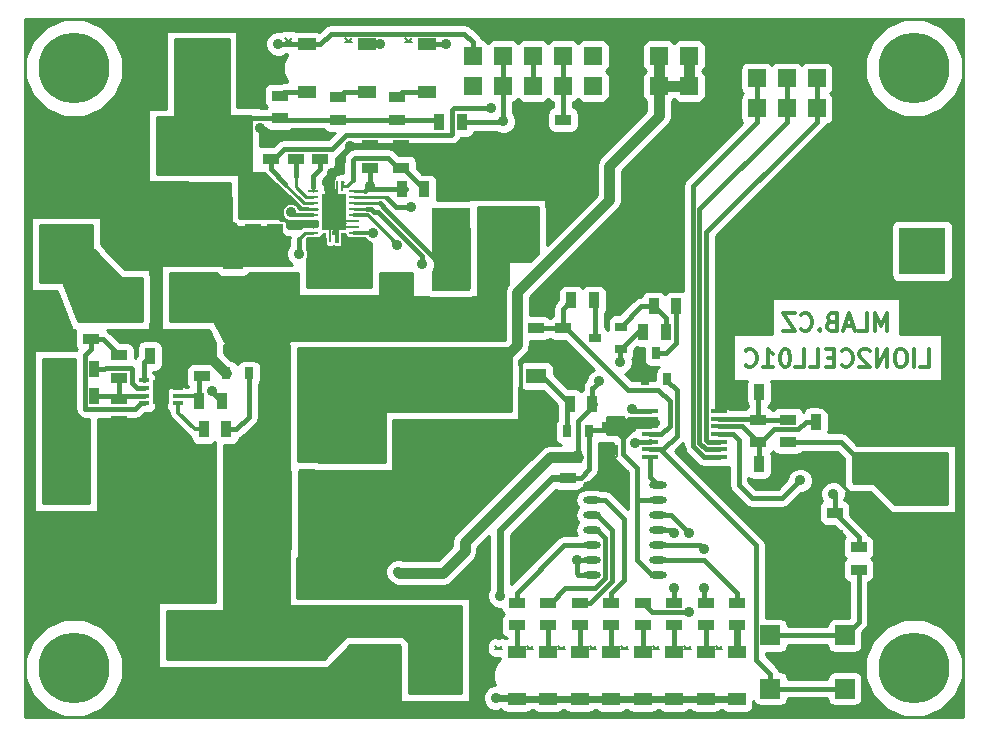
<source format=gbr>
G04 #@! TF.FileFunction,Copper,L2,Bot,Signal*
%FSLAX46Y46*%
G04 Gerber Fmt 4.6, Leading zero omitted, Abs format (unit mm)*
G04 Created by KiCad (PCBNEW (2015-05-13 BZR 5653)-product) date 2. 12. 2015 7:09:12*
%MOMM*%
G01*
G04 APERTURE LIST*
%ADD10C,0.300000*%
%ADD11C,0.150000*%
%ADD12R,4.000000X4.000000*%
%ADD13R,1.397000X0.889000*%
%ADD14R,2.499360X2.550160*%
%ADD15R,0.889000X1.397000*%
%ADD16R,2.499360X1.800860*%
%ADD17R,1.800860X2.499360*%
%ADD18R,1.699260X1.300480*%
%ADD19R,1.524000X1.524000*%
%ADD20R,3.810000X3.810000*%
%ADD21R,5.500000X3.000000*%
%ADD22C,6.000000*%
%ADD23R,0.800100X1.000760*%
%ADD24R,1.000760X0.800100*%
%ADD25R,3.200000X1.000000*%
%ADD26R,2.032000X1.524000*%
%ADD27O,1.473200X0.609600*%
%ADD28R,1.676400X1.676400*%
%ADD29R,1.450000X0.450000*%
%ADD30R,0.850000X0.350000*%
%ADD31R,1.400000X2.000000*%
%ADD32R,2.550160X2.700020*%
%ADD33R,0.850000X0.280000*%
%ADD34R,2.050000X3.050000*%
%ADD35R,0.280000X0.850000*%
%ADD36R,0.280000X1.125000*%
%ADD37R,0.400000X0.450000*%
%ADD38C,0.600000*%
%ADD39R,3.330000X3.810000*%
%ADD40R,1.500000X1.050000*%
%ADD41C,0.890000*%
%ADD42C,0.400000*%
%ADD43C,0.890000*%
%ADD44C,0.180000*%
%ADD45C,0.254000*%
%ADD46C,0.250000*%
%ADD47C,0.600000*%
%ADD48C,0.500000*%
G04 APERTURE END LIST*
D10*
X76723000Y30563429D02*
X77437286Y30563429D01*
X77437286Y32063429D01*
X76223000Y30563429D02*
X76223000Y32063429D01*
X75223000Y32063429D02*
X74937286Y32063429D01*
X74794428Y31992000D01*
X74651571Y31849143D01*
X74580143Y31563429D01*
X74580143Y31063429D01*
X74651571Y30777714D01*
X74794428Y30634857D01*
X74937286Y30563429D01*
X75223000Y30563429D01*
X75365857Y30634857D01*
X75508714Y30777714D01*
X75580143Y31063429D01*
X75580143Y31563429D01*
X75508714Y31849143D01*
X75365857Y31992000D01*
X75223000Y32063429D01*
X73937285Y30563429D02*
X73937285Y32063429D01*
X73080142Y30563429D01*
X73080142Y32063429D01*
X72437285Y31920571D02*
X72365856Y31992000D01*
X72222999Y32063429D01*
X71865856Y32063429D01*
X71722999Y31992000D01*
X71651570Y31920571D01*
X71580142Y31777714D01*
X71580142Y31634857D01*
X71651570Y31420571D01*
X72508713Y30563429D01*
X71580142Y30563429D01*
X70080142Y30706286D02*
X70151571Y30634857D01*
X70365857Y30563429D01*
X70508714Y30563429D01*
X70722999Y30634857D01*
X70865857Y30777714D01*
X70937285Y30920571D01*
X71008714Y31206286D01*
X71008714Y31420571D01*
X70937285Y31706286D01*
X70865857Y31849143D01*
X70722999Y31992000D01*
X70508714Y32063429D01*
X70365857Y32063429D01*
X70151571Y31992000D01*
X70080142Y31920571D01*
X69437285Y31349143D02*
X68937285Y31349143D01*
X68722999Y30563429D02*
X69437285Y30563429D01*
X69437285Y32063429D01*
X68722999Y32063429D01*
X67365856Y30563429D02*
X68080142Y30563429D01*
X68080142Y32063429D01*
X66151570Y30563429D02*
X66865856Y30563429D01*
X66865856Y32063429D01*
X65365856Y32063429D02*
X65222999Y32063429D01*
X65080142Y31992000D01*
X65008713Y31920571D01*
X64937284Y31777714D01*
X64865856Y31492000D01*
X64865856Y31134857D01*
X64937284Y30849143D01*
X65008713Y30706286D01*
X65080142Y30634857D01*
X65222999Y30563429D01*
X65365856Y30563429D01*
X65508713Y30634857D01*
X65580142Y30706286D01*
X65651570Y30849143D01*
X65722999Y31134857D01*
X65722999Y31492000D01*
X65651570Y31777714D01*
X65580142Y31920571D01*
X65508713Y31992000D01*
X65365856Y32063429D01*
X63437285Y30563429D02*
X64294428Y30563429D01*
X63865856Y30563429D02*
X63865856Y32063429D01*
X64008713Y31849143D01*
X64151571Y31706286D01*
X64294428Y31634857D01*
X61937285Y30706286D02*
X62008714Y30634857D01*
X62223000Y30563429D01*
X62365857Y30563429D01*
X62580142Y30634857D01*
X62723000Y30777714D01*
X62794428Y30920571D01*
X62865857Y31206286D01*
X62865857Y31420571D01*
X62794428Y31706286D01*
X62723000Y31849143D01*
X62580142Y31992000D01*
X62365857Y32063429D01*
X62223000Y32063429D01*
X62008714Y31992000D01*
X61937285Y31920571D01*
X73917428Y33611429D02*
X73917428Y35111429D01*
X73417428Y34040000D01*
X72917428Y35111429D01*
X72917428Y33611429D01*
X71488856Y33611429D02*
X72203142Y33611429D01*
X72203142Y35111429D01*
X71060285Y34040000D02*
X70345999Y34040000D01*
X71203142Y33611429D02*
X70703142Y35111429D01*
X70203142Y33611429D01*
X69203142Y34397143D02*
X68988856Y34325714D01*
X68917428Y34254286D01*
X68845999Y34111429D01*
X68845999Y33897143D01*
X68917428Y33754286D01*
X68988856Y33682857D01*
X69131714Y33611429D01*
X69703142Y33611429D01*
X69703142Y35111429D01*
X69203142Y35111429D01*
X69060285Y35040000D01*
X68988856Y34968571D01*
X68917428Y34825714D01*
X68917428Y34682857D01*
X68988856Y34540000D01*
X69060285Y34468571D01*
X69203142Y34397143D01*
X69703142Y34397143D01*
X68203142Y33754286D02*
X68131714Y33682857D01*
X68203142Y33611429D01*
X68274571Y33682857D01*
X68203142Y33754286D01*
X68203142Y33611429D01*
X66631713Y33754286D02*
X66703142Y33682857D01*
X66917428Y33611429D01*
X67060285Y33611429D01*
X67274570Y33682857D01*
X67417428Y33825714D01*
X67488856Y33968571D01*
X67560285Y34254286D01*
X67560285Y34468571D01*
X67488856Y34754286D01*
X67417428Y34897143D01*
X67274570Y35040000D01*
X67060285Y35111429D01*
X66917428Y35111429D01*
X66703142Y35040000D01*
X66631713Y34968571D01*
X66131713Y35111429D02*
X65131713Y35111429D01*
X66131713Y33611429D01*
X65131713Y33611429D01*
D11*
X41038780Y6659880D02*
X40733980Y6979920D01*
X41023540Y6697980D02*
X41295320Y6972300D01*
X41295320Y6667500D02*
X40726360Y6662420D01*
X43705780Y6659880D02*
X43400980Y6979920D01*
X43690540Y6697980D02*
X43962320Y6972300D01*
X43962320Y6667500D02*
X43393360Y6662420D01*
X46372780Y6659880D02*
X46067980Y6979920D01*
X46357540Y6697980D02*
X46629320Y6972300D01*
X46629320Y6667500D02*
X46060360Y6662420D01*
X49039780Y6659880D02*
X48734980Y6979920D01*
X49024540Y6697980D02*
X49296320Y6972300D01*
X49296320Y6667500D02*
X48727360Y6662420D01*
X51706780Y6659880D02*
X51401980Y6979920D01*
X51691540Y6697980D02*
X51963320Y6972300D01*
X51963320Y6667500D02*
X51394360Y6662420D01*
X54373780Y6659880D02*
X54068980Y6979920D01*
X54358540Y6697980D02*
X54630320Y6972300D01*
X54630320Y6667500D02*
X54061360Y6662420D01*
X57040780Y6659880D02*
X56735980Y6979920D01*
X57025540Y6697980D02*
X57297320Y6972300D01*
X57297320Y6667500D02*
X56728360Y6662420D01*
X59707780Y6659880D02*
X59402980Y6979920D01*
X59692540Y6697980D02*
X59964320Y6972300D01*
X59964320Y6667500D02*
X59395360Y6662420D01*
X23258780Y58094880D02*
X22953980Y58414920D01*
X23243540Y58132980D02*
X23515320Y58407300D01*
X23515320Y58102500D02*
X22946360Y58097420D01*
X28338780Y58094880D02*
X28033980Y58414920D01*
X28323540Y58132980D02*
X28595320Y58407300D01*
X28595320Y58102500D02*
X28026360Y58097420D01*
X33418780Y58094880D02*
X33113980Y58414920D01*
X33403540Y58132980D02*
X33675320Y58407300D01*
X33675320Y58102500D02*
X33106360Y58097420D01*
D12*
X4390000Y40384000D03*
X76890000Y40384000D03*
X4390000Y21084000D03*
X76890000Y21084000D03*
D13*
X8890000Y27876500D03*
X8890000Y25971500D03*
D14*
X17272000Y43718480D03*
X17272000Y48768000D03*
D13*
X20193000Y44132500D03*
X20193000Y42227500D03*
X8890000Y31559500D03*
X8890000Y29654500D03*
D15*
X11493500Y31496000D03*
X13398500Y31496000D03*
D13*
X21717000Y48196500D03*
X21717000Y50101500D03*
X22098000Y44132500D03*
X22098000Y42227500D03*
X15875000Y29781500D03*
X15875000Y31686500D03*
X32766000Y47434500D03*
X32766000Y49339500D03*
X24765000Y23431500D03*
X24765000Y21526500D03*
X50419000Y25463500D03*
X50419000Y23558500D03*
X62992000Y26098500D03*
X62992000Y24193500D03*
X69469000Y18224500D03*
X69469000Y16319500D03*
D15*
X63055500Y22352000D03*
X64960500Y22352000D03*
X63055500Y28448000D03*
X64960500Y28448000D03*
D13*
X44196000Y33845500D03*
X44196000Y31940500D03*
X46863000Y21145500D03*
X46863000Y19240500D03*
D16*
X9718040Y49276000D03*
X13716000Y49276000D03*
D17*
X18542000Y40098980D03*
X18542000Y36101020D03*
D18*
X44196000Y26316940D03*
X44196000Y29817060D03*
D19*
X19558000Y57150000D03*
X19558000Y54610000D03*
X17018000Y57150000D03*
X17018000Y54610000D03*
X14478000Y57150000D03*
X14478000Y54610000D03*
X11938000Y57150000D03*
X11938000Y54610000D03*
X49022000Y54356000D03*
X49022000Y56896000D03*
X38862000Y56896000D03*
X38862000Y54356000D03*
X43942000Y54356000D03*
X43942000Y56896000D03*
X46482000Y54356000D03*
X46482000Y56896000D03*
X41402000Y54356000D03*
X41402000Y56896000D03*
X31750000Y3810000D03*
X31750000Y6350000D03*
X34290000Y3810000D03*
X34290000Y6350000D03*
X36830000Y3810000D03*
X36830000Y6350000D03*
X39370000Y3810000D03*
X39370000Y6350000D03*
D20*
X14939000Y7874000D03*
X19939000Y7874000D03*
X14939000Y2921000D03*
X19939000Y2921000D03*
D19*
X62865000Y52451000D03*
X62865000Y54991000D03*
X65405000Y52451000D03*
X65405000Y54991000D03*
X67945000Y52451000D03*
X67945000Y54991000D03*
X59690000Y56896000D03*
X59690000Y54356000D03*
X57150000Y56896000D03*
X57150000Y54356000D03*
X54610000Y56896000D03*
X54610000Y54356000D03*
X52070000Y56896000D03*
X52070000Y54356000D03*
D21*
X27559000Y38909000D03*
X27559000Y28909000D03*
D22*
X76200000Y5080000D03*
X5080000Y55880000D03*
X5080000Y5080000D03*
X76200000Y55880000D03*
D23*
X18923000Y32214820D03*
X17970500Y30015180D03*
X19875500Y30015180D03*
X47752000Y22903180D03*
X48704500Y25102820D03*
X46799500Y25102820D03*
X54356000Y31706820D03*
X53403500Y29507180D03*
X55308500Y29507180D03*
D24*
X49192180Y33020000D03*
X51391820Y32067500D03*
X51391820Y33972500D03*
D13*
X6477000Y32956500D03*
X6477000Y34861500D03*
D15*
X6794500Y28067000D03*
X4889500Y28067000D03*
X6794500Y30353000D03*
X4889500Y30353000D03*
D13*
X46482000Y51498500D03*
X46482000Y49593500D03*
D15*
X36004500Y51308000D03*
X37909500Y51308000D03*
D13*
X22479000Y51625500D03*
X22479000Y53530500D03*
X27432000Y51498500D03*
X27432000Y53403500D03*
X32385000Y51498500D03*
X32385000Y53403500D03*
D15*
X15684500Y27686000D03*
X17589500Y27686000D03*
X17970500Y25273000D03*
X16065500Y25273000D03*
D13*
X25908000Y48196500D03*
X25908000Y50101500D03*
X23876000Y48196500D03*
X23876000Y50101500D03*
D15*
X32829500Y45593000D03*
X34734500Y45593000D03*
D13*
X30099000Y49339500D03*
X30099000Y47434500D03*
D25*
X36957000Y37517000D03*
X36957000Y31317000D03*
D13*
X65532000Y24193500D03*
X65532000Y26098500D03*
D15*
X69786500Y25908000D03*
X67881500Y25908000D03*
D13*
X71501000Y13398500D03*
X71501000Y15303500D03*
D15*
X47053500Y27432000D03*
X48958500Y27432000D03*
D26*
X72136000Y21590000D03*
X72136000Y24892000D03*
D13*
X46482000Y31940500D03*
X46482000Y33845500D03*
D15*
X49085500Y36195000D03*
X47180500Y36195000D03*
X54165500Y35687000D03*
X56070500Y35687000D03*
X53276500Y33528000D03*
X55181500Y33528000D03*
D13*
X42545000Y8699500D03*
X42545000Y10604500D03*
X45212000Y8699500D03*
X45212000Y10604500D03*
X47879000Y8699500D03*
X47879000Y10604500D03*
X50546000Y8699500D03*
X50546000Y10604500D03*
X53213000Y8699500D03*
X53213000Y10604500D03*
X55880000Y8699500D03*
X55880000Y10604500D03*
X58547000Y8699500D03*
X58547000Y10604500D03*
D27*
X48895000Y12954000D03*
X48895000Y14224000D03*
X48895000Y15494000D03*
X48895000Y16764000D03*
X54483000Y16764000D03*
X54483000Y15494000D03*
X54483000Y14224000D03*
X54483000Y12954000D03*
X48895000Y18034000D03*
X48895000Y19304000D03*
X48895000Y20574000D03*
X54483000Y18034000D03*
X54483000Y19304000D03*
X54483000Y20574000D03*
D28*
X70333000Y7838000D03*
X70333000Y3338000D03*
X64033000Y7838000D03*
X64033000Y3338000D03*
D29*
X53819000Y22942000D03*
X53819000Y23592000D03*
X53819000Y24242000D03*
X53819000Y24892000D03*
X53819000Y25542000D03*
X53819000Y26192000D03*
X53819000Y26842000D03*
X59719000Y26842000D03*
X59719000Y26192000D03*
X59719000Y25542000D03*
X59719000Y24892000D03*
X59719000Y24242000D03*
X59719000Y23592000D03*
X59719000Y22942000D03*
D30*
X10971000Y28123000D03*
X10971000Y28773000D03*
X10971000Y29423000D03*
X13921000Y29423000D03*
X13921000Y28773000D03*
X13921000Y28123000D03*
X13921000Y27473000D03*
X10971000Y27473000D03*
D31*
X12446000Y28448000D03*
D32*
X35433000Y24384000D03*
X29083000Y24384000D03*
D19*
X70485000Y52451000D03*
X70485000Y54991000D03*
D33*
X25326000Y41938000D03*
D34*
X27051000Y43688000D03*
D33*
X25326000Y42438000D03*
X25326000Y42938000D03*
X25326000Y43438000D03*
X25326000Y43938000D03*
X25326000Y44438000D03*
X25326000Y44938000D03*
X25326000Y45438000D03*
D35*
X26301000Y45913000D03*
X27801000Y45913000D03*
D33*
X28776000Y45438000D03*
X28776000Y44938000D03*
X28776000Y44438000D03*
X28776000Y43938000D03*
X28776000Y43438000D03*
X28776000Y42938000D03*
X28776000Y42438000D03*
X28776000Y41938000D03*
D35*
X27801000Y41463000D03*
X26301000Y41463000D03*
D10*
G36*
X27491000Y41050500D02*
X27211000Y41050500D01*
X27211000Y42175500D01*
X27491000Y42175500D01*
X27491000Y41050500D01*
X27491000Y41050500D01*
G37*
D36*
X26751000Y41613000D03*
X26751000Y45763000D03*
X27351000Y45763000D03*
D37*
X27051000Y41938000D03*
X27051000Y45438000D03*
D38*
X27686000Y42545000D03*
X27686000Y44831000D03*
X26416000Y44831000D03*
X26416000Y42545000D03*
X27051000Y43688000D03*
D13*
X61214000Y8699500D03*
X61214000Y10604500D03*
D39*
X9282000Y36322000D03*
X15102000Y36322000D03*
X36968000Y42164000D03*
X42788000Y42164000D03*
D40*
X42545000Y2445000D03*
X42545000Y6445000D03*
X45212000Y2445000D03*
X45212000Y6445000D03*
X47879000Y2445000D03*
X47879000Y6445000D03*
X50546000Y2445000D03*
X50546000Y6445000D03*
X53213000Y2445000D03*
X53213000Y6445000D03*
X55880000Y2445000D03*
X55880000Y6445000D03*
X58547000Y2445000D03*
X58547000Y6445000D03*
X61214000Y2445000D03*
X61214000Y6445000D03*
X24765000Y53880000D03*
X24765000Y57880000D03*
X29845000Y53880000D03*
X29845000Y57880000D03*
X34925000Y53880000D03*
X34925000Y57880000D03*
D41*
X51308000Y30988000D03*
X32512000Y13208000D03*
X16745508Y28487248D03*
X10414000Y34797996D03*
X49530000Y29337000D03*
X68072000Y28956000D03*
X66294000Y28448000D03*
X63500000Y44450000D03*
X65024000Y45974000D03*
X66294000Y47244000D03*
X67818000Y48768000D03*
X45212000Y35306000D03*
X44196000Y36322000D03*
X45720000Y36830000D03*
X26924000Y46990000D03*
X27686000Y48006000D03*
X28448000Y49276000D03*
X20828000Y50800000D03*
X20066000Y53086000D03*
X7112000Y43688000D03*
X5588000Y43688000D03*
X4064000Y43688000D03*
X2540000Y43688000D03*
X2540000Y44958000D03*
X2540000Y46228000D03*
X2540000Y47498000D03*
X2540000Y48768000D03*
X6096000Y50038000D03*
X4318000Y50038000D03*
X2540000Y50038000D03*
X22860000Y39624000D03*
X21590000Y39624000D03*
X20320000Y39624000D03*
X12954000Y45720000D03*
X14224000Y45720000D03*
X15494000Y45720000D03*
X16764000Y45720000D03*
X7620000Y48006000D03*
X7620000Y49276000D03*
X60960000Y59182000D03*
X59436000Y59182000D03*
X57912000Y59182000D03*
X56388000Y59182000D03*
X54864000Y59182000D03*
X38100000Y1524000D03*
X36576000Y1524000D03*
X35052000Y1524000D03*
X33528000Y1524000D03*
X32004000Y1524000D03*
X30480000Y1524000D03*
X45974000Y43942000D03*
X45974000Y44958000D03*
X44450000Y45212000D03*
X42926000Y45212000D03*
X44704000Y46736000D03*
X64389000Y9652000D03*
X65532000Y9652000D03*
X68199000Y9144000D03*
X66548000Y9144000D03*
X59690000Y20320000D03*
X58420000Y21590000D03*
X56515000Y23495000D03*
X61468000Y18542000D03*
X65913000Y14859000D03*
X12192000Y1524000D03*
X12192000Y3048000D03*
X12192000Y4318000D03*
X44704000Y18288000D03*
X46736000Y17780000D03*
X42418000Y16002000D03*
X42418000Y13208000D03*
X34030920Y16002000D03*
X36449000Y16002000D03*
X31623000Y16002000D03*
X24892000Y16002000D03*
X28194000Y16002000D03*
X10666806Y24765000D03*
X8890000Y24765000D03*
X12446000Y24765000D03*
X12446000Y26035000D03*
X9652000Y33147000D03*
X14224000Y33147000D03*
X15748000Y33147000D03*
X73787000Y50292000D03*
X72517000Y50292000D03*
X71501000Y50292000D03*
X70358000Y50292000D03*
X39878000Y15240000D03*
X39370000Y13716000D03*
X39370000Y11938000D03*
X18542000Y42418000D03*
X9144000Y40386000D03*
X10541000Y40386000D03*
X10414000Y45720000D03*
X11684000Y45720000D03*
X11684000Y44450000D03*
X52578000Y37211000D03*
X51689000Y36322000D03*
X50800000Y35433000D03*
X55499000Y48133000D03*
X56134000Y48768000D03*
X56769000Y49403000D03*
X57404000Y50038000D03*
X9906000Y52578000D03*
X9906000Y53848000D03*
X9906000Y55118000D03*
X9906000Y56261000D03*
X9906000Y57404000D03*
X46228000Y48260000D03*
X37846000Y48895000D03*
X36703000Y48895000D03*
X35814000Y47752000D03*
X34671000Y47752000D03*
X35433000Y48895000D03*
X34290000Y48895000D03*
X24910607Y50101500D03*
X69469000Y14859000D03*
X43180000Y24003000D03*
X44196000Y25019000D03*
X48133000Y29845000D03*
X46609000Y30607000D03*
X52832000Y30861000D03*
X50165000Y22098000D03*
X50927000Y21209000D03*
X22987000Y2921000D03*
X24257000Y2921000D03*
X25400000Y2921000D03*
X26543000Y2921000D03*
X27686000Y2921000D03*
X28829000Y2921000D03*
X68326000Y27432000D03*
X69850000Y27432000D03*
X71374000Y27432000D03*
X72898000Y27432000D03*
X73660000Y26416000D03*
X74676000Y25146000D03*
X76200000Y25146000D03*
X77724000Y25146000D03*
X79248000Y25146000D03*
X79248000Y26416000D03*
X77724000Y26416000D03*
X76200000Y26416000D03*
X74930000Y26924000D03*
X74168000Y28194000D03*
X79502000Y17272000D03*
X77978000Y17272000D03*
X76454000Y17272000D03*
X74930000Y17272000D03*
X73152000Y18288000D03*
X71628000Y19050000D03*
X72136000Y17526000D03*
X73406000Y16510000D03*
X17399000Y30586680D03*
X26162000Y20447000D03*
X27813002Y20320002D03*
X29337000Y20319994D03*
X9398000Y44323000D03*
X7874000Y46228000D03*
X9017000Y41910000D03*
X11049000Y42672000D03*
X12446000Y43180000D03*
X13970000Y42672000D03*
X16256000Y14478000D03*
X14224000Y14478000D03*
X12446000Y14478000D03*
X10668000Y14478000D03*
X8890000Y14478000D03*
X7112000Y14478000D03*
X5080000Y14986000D03*
X3556000Y16256000D03*
X2794000Y17526000D03*
X4826000Y17526000D03*
X6535461Y17526000D03*
X8266902Y17526000D03*
X9906000Y17526000D03*
X11684000Y17526000D03*
X13462000Y17526000D03*
X15494000Y17526000D03*
X67564000Y17018000D03*
X67056000Y19050000D03*
X64262000Y18288000D03*
X64262000Y14986000D03*
X64262000Y13462000D03*
X64262000Y11938000D03*
X70104000Y10414000D03*
X70104000Y11938000D03*
X69596000Y13208000D03*
X59944000Y28194000D03*
X61214000Y28194000D03*
X60198000Y29972000D03*
X60198000Y37338000D03*
X68834000Y37338000D03*
X76962000Y37338000D03*
X73406000Y14986000D03*
X73406000Y13208000D03*
X73152000Y11430000D03*
X73152000Y9398000D03*
X30734000Y20320000D03*
X32766000Y20320000D03*
X34544000Y21336000D03*
X36322000Y21336000D03*
X39116000Y23368000D03*
X41402000Y23622000D03*
X40386000Y52451000D03*
X36829992Y31369000D03*
X34543998Y39243000D03*
X40767000Y2540000D03*
X41148000Y11176000D03*
X69342000Y19812000D03*
X52324000Y27017010D03*
X22352000Y57912000D03*
X23421502Y43688000D03*
X30988000Y57912000D03*
X30356276Y41874421D03*
X36576000Y57912000D03*
X24130000Y40132000D03*
X32414992Y40923996D03*
X41402000Y51353464D03*
X33599912Y44140033D03*
X30099000Y45847000D03*
X66548000Y20955000D03*
X57150000Y9779000D03*
X57150000Y16510000D03*
X55880000Y11811000D03*
X55880000Y16510000D03*
X58420000Y11811000D03*
X58420000Y15113000D03*
X47625000Y14224000D03*
X52576971Y24168153D03*
D42*
X52852320Y33528000D02*
X51391820Y32067500D01*
X53276500Y33528000D02*
X52852320Y33528000D01*
X48958500Y27432000D02*
X49149000Y27432000D01*
X51308000Y31983680D02*
X51391820Y32067500D01*
X51308000Y30988000D02*
X51308000Y31983680D01*
X48958500Y27178000D02*
X48958500Y27432000D01*
X47752000Y25971500D02*
X48958500Y27178000D01*
X47752000Y22903180D02*
X47752000Y25971500D01*
D43*
X32594000Y13126000D02*
X32512000Y13208000D01*
X35560000Y13126000D02*
X32594000Y13126000D01*
X36310000Y13126000D02*
X35560000Y13126000D01*
X38150000Y14966000D02*
X36310000Y13126000D01*
X38150000Y15716000D02*
X38150000Y14966000D01*
X45337180Y22903180D02*
X38150000Y15716000D01*
X47752000Y22903180D02*
X45337180Y22903180D01*
D42*
X17546756Y27686000D02*
X17190507Y28042249D01*
X17190507Y28042249D02*
X16745508Y28487248D01*
X17589500Y27686000D02*
X17546756Y27686000D01*
X6790000Y40384000D02*
X7048999Y40125001D01*
X7048999Y40074674D02*
X6217325Y39243000D01*
X9565000Y36322000D02*
X6644000Y39243000D01*
X6644000Y39243000D02*
X5836325Y39243000D01*
X4390000Y40384000D02*
X6790000Y40384000D01*
X7048999Y40125001D02*
X7048999Y40074674D01*
X6217325Y39243000D02*
X5836325Y39243000D01*
X5836325Y39243000D02*
X5836325Y39237325D01*
X5836325Y39237325D02*
X5778999Y39179999D01*
X5778999Y39179999D02*
X5334000Y38735000D01*
X10414000Y35190000D02*
X9282000Y36322000D01*
X10414000Y34797996D02*
X10414000Y35190000D01*
X48958500Y27432000D02*
X48958500Y28765500D01*
X48958500Y28765500D02*
X49085001Y28892001D01*
X49085001Y28892001D02*
X49530000Y29337000D01*
X8763000Y28003500D02*
X8890000Y27876500D01*
X9136500Y28123000D02*
X8890000Y27876500D01*
X10971000Y28123000D02*
X9136500Y28123000D01*
X8699500Y28067000D02*
X8890000Y27876500D01*
X6794500Y28067000D02*
X8699500Y28067000D01*
X8890000Y27876500D02*
X8890000Y29654500D01*
D44*
X66294000Y28448000D02*
X67564000Y28448000D01*
X67564000Y28448000D02*
X68072000Y28956000D01*
X66294000Y47244000D02*
X65024000Y45974000D01*
X70358000Y50292000D02*
X69342000Y50292000D01*
X69342000Y50292000D02*
X67818000Y48768000D01*
X44196000Y36322000D02*
X45212000Y35306000D01*
X50546000Y37592000D02*
X46482000Y37592000D01*
X46482000Y37592000D02*
X45720000Y36830000D01*
X50927000Y37211000D02*
X50546000Y37592000D01*
X52578000Y37211000D02*
X50927000Y37211000D01*
X27686000Y48006000D02*
X27686000Y47752000D01*
X27686000Y47752000D02*
X26924000Y46990000D01*
X30099000Y49339500D02*
X28511500Y49339500D01*
X28511500Y49339500D02*
X28448000Y49276000D01*
X21717000Y50101500D02*
X21526500Y50101500D01*
X21526500Y50101500D02*
X20828000Y50800000D01*
X19558000Y54610000D02*
X19558000Y53594000D01*
X19558000Y53594000D02*
X20066000Y53086000D01*
X4064000Y43688000D02*
X5588000Y43688000D01*
X2540000Y44958000D02*
X2540000Y43688000D01*
X2540000Y47498000D02*
X2540000Y46228000D01*
X2540000Y50038000D02*
X2540000Y48768000D01*
X2540000Y50038000D02*
X4318000Y50038000D01*
X21590000Y39624000D02*
X22860000Y39624000D01*
X18542000Y40098980D02*
X19845020Y40098980D01*
X19845020Y40098980D02*
X20320000Y39624000D01*
X15494000Y45720000D02*
X14224000Y45720000D01*
X17272000Y43718480D02*
X17272000Y45173560D01*
X17272000Y45173560D02*
X16764000Y45681560D01*
X16764000Y45681560D02*
X16764000Y45720000D01*
X9718040Y49276000D02*
X7620000Y49276000D01*
X57912000Y59182000D02*
X59436000Y59182000D01*
X54864000Y59182000D02*
X56388000Y59182000D01*
X36576000Y1524000D02*
X38100000Y1524000D01*
X33528000Y1524000D02*
X35052000Y1524000D01*
X30480000Y1524000D02*
X32004000Y1524000D01*
X44450000Y45212000D02*
X45974000Y44958000D01*
X44704000Y46736000D02*
X42926000Y45212000D01*
D43*
X16299180Y31686500D02*
X15875000Y31686500D01*
D44*
X59719000Y26842000D02*
X59719000Y27247000D01*
X79502000Y36068000D02*
X79502000Y28194000D01*
X59719000Y27247000D02*
X60452000Y27980000D01*
X60452000Y27980000D02*
X60452000Y37084000D01*
X60452000Y37084000D02*
X78486000Y37084000D01*
X79502000Y28194000D02*
X77724000Y26416000D01*
X78486000Y37084000D02*
X79502000Y36068000D01*
X65913000Y16192500D02*
X65913000Y14859000D01*
X64389000Y9652000D02*
X63627000Y9652000D01*
X66548000Y9144000D02*
X66294000Y9144000D01*
X66294000Y9144000D02*
X65532000Y9652000D01*
X65913000Y14859000D02*
X66548000Y9144000D01*
X56515000Y23495000D02*
X58420000Y21590000D01*
X65913000Y14859000D02*
X64770000Y14859000D01*
X64770000Y14859000D02*
X61468000Y18542000D01*
X12192000Y3302000D02*
X12192000Y3048000D01*
X14939000Y2921000D02*
X13589000Y2921000D01*
X13589000Y2921000D02*
X12192000Y4318000D01*
X42418000Y16002000D02*
X44958000Y16002000D01*
X44958000Y16002000D02*
X46736000Y17780000D01*
X42418000Y15049500D02*
X42418000Y13208000D01*
X46863000Y19240500D02*
X46609000Y19240500D01*
X46609000Y19240500D02*
X42418000Y15049500D01*
X36449000Y16002000D02*
X34030920Y16002000D01*
X24892000Y16002000D02*
X31623000Y16002000D01*
X12446000Y24765000D02*
X10666806Y24765000D01*
X12446000Y28448000D02*
X12446000Y26035000D01*
X14224000Y33147000D02*
X9652000Y33147000D01*
X13398500Y31496000D02*
X14097000Y31496000D01*
X14097000Y31496000D02*
X15748000Y33147000D01*
X72517000Y50292000D02*
X73787000Y50292000D01*
X70358000Y50292000D02*
X71501000Y50292000D01*
X39370000Y13716000D02*
X39878000Y15240000D01*
X39370000Y6350000D02*
X39370000Y11938000D01*
X10541000Y40386000D02*
X9144000Y40386000D01*
X11684000Y45720000D02*
X10414000Y45720000D01*
X51689000Y36322000D02*
X52578000Y37211000D01*
X55499000Y48133000D02*
X50800000Y43434000D01*
X50800000Y43434000D02*
X50800000Y35433000D01*
X56769000Y49403000D02*
X56134000Y48768000D01*
X59690000Y54356000D02*
X59690000Y52324000D01*
X59690000Y52324000D02*
X57404000Y50038000D01*
X9906000Y55118000D02*
X9906000Y53848000D01*
X9906000Y56261000D02*
X9906000Y55372000D01*
X11938000Y57150000D02*
X9906000Y57404000D01*
X70485000Y54356000D02*
X70485000Y52705000D01*
X70485000Y54356000D02*
X70485000Y55368000D01*
X70485000Y55368000D02*
X70485000Y56896000D01*
X59690000Y54356000D02*
X59690000Y56896000D01*
X52070000Y54356000D02*
X52070000Y55368000D01*
X52070000Y55368000D02*
X52070000Y56896000D01*
X30099000Y49339500D02*
X32766000Y49339500D01*
X46482000Y49593500D02*
X46482000Y48514000D01*
X46482000Y48514000D02*
X46228000Y48260000D01*
X35433000Y24384000D02*
X42799000Y24384000D01*
X42799000Y24384000D02*
X43180000Y24003000D01*
X50292000Y20574000D02*
X50927000Y21209000D01*
X48895000Y20574000D02*
X50292000Y20574000D01*
X35814000Y47752000D02*
X35814000Y48006000D01*
X35814000Y48006000D02*
X36703000Y48895000D01*
X35433000Y48895000D02*
X35433000Y48514000D01*
X35433000Y48514000D02*
X34671000Y47752000D01*
X32766000Y49339500D02*
X33845500Y49339500D01*
X33845500Y49339500D02*
X34290000Y48895000D01*
X23876000Y50101500D02*
X26860500Y50101500D01*
X26860500Y50101500D02*
X27178000Y50419000D01*
X24910607Y50101500D02*
X25908000Y50101500D01*
X23876000Y50101500D02*
X24910607Y50101500D01*
X21717000Y50101500D02*
X23876000Y50101500D01*
X44196000Y26316940D02*
X44196000Y25019000D01*
X46482000Y31940500D02*
X46482000Y30734000D01*
X46482000Y30734000D02*
X46609000Y30607000D01*
X53403500Y29507180D02*
X53403500Y30289500D01*
X53403500Y30289500D02*
X52832000Y30861000D01*
X28101000Y42438000D02*
X28776000Y42438000D01*
X27793000Y42438000D02*
X28101000Y42438000D01*
X27051000Y43180000D02*
X27793000Y42438000D01*
X27051000Y43688000D02*
X27051000Y43180000D01*
X26751000Y43388000D02*
X27051000Y43688000D01*
X26751000Y41613000D02*
X26751000Y43388000D01*
X27051000Y41938000D02*
X27051000Y43688000D01*
X27277000Y41938000D02*
X27355999Y41859001D01*
X27051000Y41938000D02*
X27277000Y41938000D01*
X27355999Y41859001D02*
X27355999Y41706999D01*
X27355999Y41706999D02*
X27355999Y41529000D01*
X51054000Y22987000D02*
X50165000Y22098000D01*
X51054000Y23304500D02*
X51054000Y22987000D01*
X69469000Y14859000D02*
X69469000Y16319500D01*
X12771000Y28773000D02*
X12446000Y28448000D01*
X13921000Y28773000D02*
X12771000Y28773000D01*
X13921000Y30973500D02*
X13398500Y31496000D01*
X13921000Y29423000D02*
X13921000Y30973500D01*
X15684500Y31496000D02*
X15875000Y31686500D01*
X13398500Y31496000D02*
X15684500Y31496000D01*
X27351000Y43988000D02*
X27051000Y43688000D01*
X27351000Y45763000D02*
X27351000Y43988000D01*
X27801000Y42938000D02*
X27051000Y43688000D01*
X28776000Y42938000D02*
X27801000Y42938000D01*
X26751000Y45738000D02*
X27051000Y45438000D01*
X26751000Y45763000D02*
X26751000Y45738000D01*
X8890000Y25971500D02*
X8890000Y17907000D01*
X8890000Y17907000D02*
X8509000Y17526000D01*
X12065000Y3710000D02*
X12065000Y4445000D01*
X12854000Y2921000D02*
X12065000Y3710000D01*
X14939000Y2921000D02*
X12854000Y2921000D01*
X12065000Y3556000D02*
X12065000Y3175000D01*
X12065000Y1270000D02*
X12065000Y1977388D01*
D42*
X19939000Y2921000D02*
X22987000Y2921000D01*
X24257000Y2921000D02*
X25400000Y2921000D01*
X26543000Y2921000D02*
X27686000Y2921000D01*
X69786500Y25971500D02*
X68326000Y27432000D01*
X69786500Y25908000D02*
X69786500Y25971500D01*
X69850000Y27432000D02*
X71374000Y27432000D01*
X72898000Y27178000D02*
X73660000Y26416000D01*
X72898000Y27432000D02*
X72898000Y27178000D01*
X74676000Y25146000D02*
X76200000Y25146000D01*
X77724000Y25146000D02*
X79248000Y25146000D01*
X79248000Y26416000D02*
X77724000Y26416000D01*
X75438000Y26416000D02*
X74930000Y26924000D01*
X76200000Y26416000D02*
X75438000Y26416000D01*
X79248000Y25146000D02*
X79692999Y24701001D01*
X79692999Y24701001D02*
X80010000Y24384000D01*
X80010000Y24384000D02*
X80010000Y17780000D01*
X80010000Y17780000D02*
X79502000Y17272000D01*
X77978000Y17272000D02*
X76454000Y17272000D01*
X74168000Y17272000D02*
X73152000Y18288000D01*
X74930000Y17272000D02*
X74168000Y17272000D01*
X71628000Y18034000D02*
X72136000Y17526000D01*
X71628000Y19050000D02*
X71628000Y18034000D01*
D10*
X43942000Y31940500D02*
X42926000Y30924500D01*
X44196000Y31940500D02*
X43942000Y31940500D01*
X44196000Y27267180D02*
X44196000Y26316940D01*
X42926000Y28537180D02*
X44196000Y27267180D01*
X42926000Y30924500D02*
X42926000Y28537180D01*
X68326000Y22352000D02*
X64960500Y22352000D01*
X71628000Y19050000D02*
X68326000Y22352000D01*
D43*
X17970500Y30015180D02*
X17399000Y30586680D01*
X17399000Y30586680D02*
X16299180Y31686500D01*
D44*
X24765000Y21526500D02*
X25019000Y21526500D01*
X25019000Y21526500D02*
X26098500Y20447000D01*
X26098500Y20447000D02*
X26162000Y20447000D01*
X29336992Y20320002D02*
X29337000Y20319994D01*
X29337000Y19690669D02*
X29337000Y20319994D01*
X27813002Y20320002D02*
X29336992Y20320002D01*
X28194000Y16002000D02*
X29337000Y17145000D01*
X29337000Y17145000D02*
X29337000Y19690669D01*
X18542000Y40448230D02*
X16953230Y42037000D01*
X11684000Y42037000D02*
X9842999Y43878001D01*
X16885325Y42037000D02*
X11684000Y42037000D01*
X22098000Y42481500D02*
X21653500Y42037000D01*
X18542000Y40098980D02*
X18542000Y40448230D01*
X21653500Y42037000D02*
X16885325Y42037000D01*
X16953230Y42037000D02*
X16885325Y42037000D01*
X9842999Y43878001D02*
X9398000Y44323000D01*
X8503325Y46228000D02*
X7874000Y46228000D01*
X14732000Y46228000D02*
X8503325Y46228000D01*
X18542000Y42418000D02*
X14732000Y46228000D01*
X10662325Y43561000D02*
X9144000Y43561000D01*
X11590020Y46007020D02*
X9080999Y43497999D01*
X9144000Y43561000D02*
X9080999Y43497999D01*
X10795000Y43561000D02*
X10662325Y43561000D01*
X11684000Y44450000D02*
X10795000Y43561000D01*
X13462000Y46007020D02*
X11590020Y46007020D01*
X9017000Y42539325D02*
X9017000Y41910000D01*
X9080999Y43497999D02*
X9017000Y43434000D01*
X9017000Y43434000D02*
X9017000Y42539325D01*
X10662325Y43561000D02*
X11043325Y43180000D01*
X11043325Y43180000D02*
X11816675Y43180000D01*
X11816675Y43180000D02*
X12446000Y43180000D01*
X11049000Y42672000D02*
X13970000Y42672000D01*
X16256000Y14478000D02*
X14224000Y14478000D01*
X12446000Y14478000D02*
X10668000Y14478000D01*
X8890000Y14478000D02*
X7112000Y14478000D01*
X3810000Y16256000D02*
X3556000Y16256000D01*
X5080000Y14986000D02*
X3810000Y16256000D01*
X2794000Y17526000D02*
X4826000Y17526000D01*
X8509000Y17526000D02*
X8266902Y17526000D01*
X9906000Y17526000D02*
X11684000Y17526000D01*
X13462000Y17526000D02*
X15494000Y17526000D01*
X67564000Y18542000D02*
X67056000Y19050000D01*
X67564000Y17018000D02*
X67564000Y18542000D01*
X64262000Y18288000D02*
X64262000Y14986000D01*
X64262000Y13462000D02*
X64262000Y11938000D01*
X70104000Y10414000D02*
X70104000Y11938000D01*
X59719000Y27969000D02*
X59944000Y28194000D01*
X59719000Y26842000D02*
X59719000Y27969000D01*
X61214000Y28956000D02*
X60198000Y29972000D01*
X61214000Y28194000D02*
X61214000Y28956000D01*
X60198000Y37338000D02*
X68834000Y37338000D01*
X73406000Y16510000D02*
X73406000Y14986000D01*
X73406000Y11684000D02*
X73152000Y11430000D01*
X73406000Y13208000D02*
X73406000Y11684000D01*
X30733994Y20319994D02*
X30734000Y20320000D01*
X29337000Y20319994D02*
X30733994Y20319994D01*
X33528000Y20320000D02*
X34544000Y21336000D01*
X32766000Y20320000D02*
X33528000Y20320000D01*
X37084000Y21336000D02*
X39116000Y23368000D01*
X36322000Y21336000D02*
X37084000Y21336000D01*
D42*
X32385000Y51498500D02*
X35814000Y51498500D01*
X35814000Y51498500D02*
X36004500Y51308000D01*
X16827500Y51625500D02*
X17399000Y51054000D01*
X17399000Y51054000D02*
X17399000Y50276760D01*
X22479000Y51625500D02*
X16827500Y51625500D01*
X27432000Y51498500D02*
X22606000Y51498500D01*
X22606000Y51498500D02*
X22479000Y51625500D01*
X32385000Y51498500D02*
X27432000Y51498500D01*
D45*
X14478000Y50131980D02*
X14224000Y49877980D01*
X14478000Y54610000D02*
X14478000Y50131980D01*
X18524220Y49877980D02*
X18796000Y50149760D01*
X14224000Y49877980D02*
X18524220Y49877980D01*
X22987000Y51467000D02*
X23489802Y51467000D01*
D46*
X25326000Y42438000D02*
X25326000Y42938000D01*
D42*
X6477000Y32112000D02*
X6477000Y32956500D01*
X5969999Y31604999D02*
X6477000Y32112000D01*
X6045999Y26988499D02*
X5969999Y27064499D01*
X10236499Y26988499D02*
X6045999Y26988499D01*
X5969999Y27064499D02*
X5969999Y31604999D01*
X10721000Y27473000D02*
X10236499Y26988499D01*
X10971000Y27473000D02*
X10721000Y27473000D01*
X7493000Y32956500D02*
X8890000Y31559500D01*
X6477000Y32956500D02*
X7493000Y32956500D01*
X10971000Y30973500D02*
X11493500Y31496000D01*
X10971000Y29423000D02*
X10971000Y30973500D01*
X43942000Y54356000D02*
X43942000Y56896000D01*
X21717000Y48196500D02*
X21971000Y48196500D01*
X21971000Y48196500D02*
X22815500Y49041000D01*
X22815500Y49041000D02*
X26930500Y49041000D01*
X26930500Y49041000D02*
X28118999Y50229499D01*
X28118999Y50229499D02*
X37008999Y50229499D01*
X37225498Y52451000D02*
X40386000Y52451000D01*
X37008999Y50229499D02*
X37084999Y50305499D01*
X37084999Y50305499D02*
X37084999Y52310501D01*
X37084999Y52310501D02*
X37225498Y52451000D01*
X21717000Y47352000D02*
X21717000Y48196500D01*
D46*
X24542875Y44438000D02*
X24130000Y44850875D01*
X25326000Y44438000D02*
X24542875Y44438000D01*
D42*
X21717000Y47352000D02*
X22974267Y46094733D01*
D46*
X22974267Y46006608D02*
X24130000Y44850875D01*
X22974267Y46094733D02*
X22974267Y46006608D01*
D10*
X15247500Y28123000D02*
X15684500Y27686000D01*
X13921000Y28123000D02*
X15247500Y28123000D01*
D42*
X15684500Y29591000D02*
X15875000Y29781500D01*
X15684500Y27686000D02*
X15684500Y29591000D01*
X28702000Y46424000D02*
X28702000Y48120500D01*
X28702000Y48120500D02*
X28860500Y48279000D01*
X28860500Y48279000D02*
X31667500Y48279000D01*
X31667500Y48279000D02*
X32512000Y47434500D01*
X32512000Y47434500D02*
X32766000Y47434500D01*
D46*
X27801000Y45913000D02*
X28191000Y45913000D01*
X28191000Y45913000D02*
X28702000Y46424000D01*
X27801000Y46198000D02*
X27813000Y46210000D01*
X27801000Y45913000D02*
X27801000Y46198000D01*
D42*
X32893000Y47434500D02*
X34734500Y45593000D01*
X32766000Y47434500D02*
X32893000Y47434500D01*
D46*
X28776000Y43938000D02*
X30230000Y43938000D01*
D43*
X54610000Y54356000D02*
X54610000Y56896000D01*
X54610000Y54356000D02*
X57150000Y54356000D01*
X57150000Y54356000D02*
X57150000Y56896000D01*
X41477000Y31317000D02*
X36957000Y31317000D01*
X42608991Y32448991D02*
X41477000Y31317000D01*
X42608991Y36901989D02*
X42608991Y32448991D01*
X50411002Y44704000D02*
X42608991Y36901989D01*
X50411002Y47617002D02*
X50411002Y44704000D01*
X54610000Y51816000D02*
X50411002Y47617002D01*
X54610000Y54356000D02*
X54610000Y51816000D01*
D42*
X30817742Y43688000D02*
X30480000Y43688000D01*
X30226000Y43942000D02*
X29845000Y43942000D01*
X34543998Y39961744D02*
X30817742Y43688000D01*
X30480000Y43688000D02*
X30226000Y43942000D01*
X34543998Y39243000D02*
X34543998Y39961744D01*
D47*
X58547000Y2445000D02*
X61214000Y2445000D01*
X40767000Y2540000D02*
X42450000Y2540000D01*
X42450000Y2540000D02*
X42545000Y2445000D01*
X41148000Y16729000D02*
X41148000Y11176000D01*
X58547000Y2445000D02*
X55880000Y2445000D01*
X53213000Y2445000D02*
X55880000Y2445000D01*
X50546000Y2445000D02*
X53213000Y2445000D01*
X47879000Y2445000D02*
X50546000Y2445000D01*
X47879000Y2445000D02*
X45212000Y2445000D01*
X42545000Y2445000D02*
X45212000Y2445000D01*
X46863000Y21145500D02*
X45564500Y21145500D01*
X45564500Y21145500D02*
X41148000Y16729000D01*
D42*
X52485000Y25542000D02*
X53819000Y25542000D01*
X52152500Y25209500D02*
X52485000Y25542000D01*
X51054000Y25209500D02*
X52152500Y25209500D01*
X52036500Y26192000D02*
X53819000Y26192000D01*
X51054000Y25209500D02*
X52036500Y26192000D01*
X48811180Y25209500D02*
X48704500Y25102820D01*
X51054000Y25209500D02*
X48811180Y25209500D01*
X48704500Y25002490D02*
X48704500Y25102820D01*
X54051200Y12954000D02*
X52777010Y14228190D01*
X54483000Y12954000D02*
X54051200Y12954000D01*
X52948333Y19304000D02*
X52777010Y19475323D01*
X54483000Y19304000D02*
X52948333Y19304000D01*
X52777010Y14228190D02*
X52777010Y19475323D01*
X48704500Y24202440D02*
X48704500Y25102820D01*
X48704500Y21888500D02*
X48704500Y24202440D01*
X47961500Y21145500D02*
X48704500Y21888500D01*
X46863000Y21145500D02*
X47961500Y21145500D01*
X50800000Y25336500D02*
X51054000Y25336500D01*
X50673000Y25463500D02*
X51562000Y24574500D01*
X50419000Y25463500D02*
X50673000Y25463500D01*
X51562000Y23207955D02*
X52777010Y21992945D01*
X52777010Y19475323D02*
X52777010Y21992945D01*
X52152500Y25165000D02*
X52152500Y25209500D01*
X51562000Y24574500D02*
X52152500Y25165000D01*
X51562000Y24324945D02*
X51562000Y24574500D01*
X51562000Y24324945D02*
X51562000Y23207955D01*
X62898500Y26192000D02*
X62992000Y26098500D01*
X59719000Y26192000D02*
X62898500Y26192000D01*
X62992000Y28384500D02*
X63055500Y28448000D01*
X62992000Y26098500D02*
X62992000Y28384500D01*
X65532000Y26098500D02*
X62992000Y26098500D01*
X61643500Y25542000D02*
X62992000Y24193500D01*
X59719000Y25542000D02*
X61643500Y25542000D01*
X63055500Y24130000D02*
X62992000Y24193500D01*
X63055500Y22352000D02*
X63055500Y24130000D01*
X67037000Y25908000D02*
X66402999Y25273999D01*
X67881500Y25908000D02*
X67037000Y25908000D01*
X64326499Y25273999D02*
X63246000Y24193500D01*
X63246000Y24193500D02*
X62992000Y24193500D01*
X66402999Y25273999D02*
X64326499Y25273999D01*
X71501000Y16192500D02*
X69469000Y18224500D01*
X71501000Y15303500D02*
X71501000Y16192500D01*
X69469000Y19685000D02*
X69342000Y19812000D01*
X69469000Y18224500D02*
X69469000Y19685000D01*
X52499010Y26842000D02*
X52324000Y27017010D01*
X53819000Y26842000D02*
X52499010Y26842000D01*
X44196000Y33845500D02*
X46482000Y33845500D01*
X46482000Y35496500D02*
X47180500Y36195000D01*
X46482000Y33845500D02*
X46482000Y35496500D01*
X46736000Y33845500D02*
X46482000Y33845500D01*
X51954701Y28626799D02*
X46736000Y33845500D01*
X54558201Y28626799D02*
X51954701Y28626799D01*
X55499000Y27686000D02*
X54558201Y28626799D01*
X55499000Y25587998D02*
X55499000Y27686000D01*
X54803002Y24892000D02*
X55499000Y25587998D01*
X53819000Y24892000D02*
X54803002Y24892000D01*
X24765000Y53880000D02*
X22828500Y53880000D01*
X22828500Y53880000D02*
X22479000Y53530500D01*
X24765000Y57880000D02*
X24295168Y57880000D01*
X24733000Y57912000D02*
X24765000Y57880000D01*
X38134999Y58785001D02*
X38862000Y58058000D01*
X26820001Y58785001D02*
X38134999Y58785001D01*
X38862000Y58058000D02*
X38862000Y56896000D01*
X25915000Y57880000D02*
X26820001Y58785001D01*
X24765000Y57880000D02*
X25915000Y57880000D01*
X24765000Y57880000D02*
X24389279Y57880000D01*
X24765000Y57880000D02*
X24670000Y57880000D01*
X22384000Y57880000D02*
X22352000Y57912000D01*
X24765000Y57880000D02*
X22384000Y57880000D01*
D10*
X23671502Y43438000D02*
X23421502Y43688000D01*
X25326000Y43438000D02*
X23671502Y43438000D01*
D42*
X29845000Y53880000D02*
X27908500Y53880000D01*
X27908500Y53880000D02*
X27432000Y53403500D01*
D48*
X29845000Y57880000D02*
X30956000Y57880000D01*
X30956000Y57880000D02*
X30988000Y57912000D01*
D42*
X29877000Y57912000D02*
X29845000Y57880000D01*
D10*
X28776000Y41938000D02*
X30292697Y41938000D01*
X30292697Y41938000D02*
X30356276Y41874421D01*
D42*
X34925000Y53880000D02*
X32861500Y53880000D01*
X32861500Y53880000D02*
X32385000Y53403500D01*
X34925000Y57880000D02*
X36544000Y57880000D01*
X36544000Y57880000D02*
X36576000Y57912000D01*
D46*
X24651000Y41938000D02*
X24130000Y41417000D01*
X25326000Y41938000D02*
X24651000Y41938000D01*
D42*
X24130000Y41417000D02*
X24130000Y40386000D01*
X24130000Y40386000D02*
X24130000Y40132000D01*
X46799500Y27178000D02*
X47053500Y27432000D01*
X46799500Y25102820D02*
X46799500Y27178000D01*
X44668440Y29817060D02*
X47053500Y27432000D01*
X44196000Y29817060D02*
X44668440Y29817060D01*
X42545000Y6445000D02*
X42545000Y8699500D01*
X45212000Y8699500D02*
X45212000Y6445000D01*
X47879000Y6445000D02*
X47879000Y8699500D01*
X50546000Y6445000D02*
X50546000Y8699500D01*
X53213000Y6445000D02*
X53213000Y8699500D01*
X55880000Y6445000D02*
X55880000Y8699500D01*
X58547000Y6445000D02*
X58547000Y8699500D01*
X46482000Y54356000D02*
X46482000Y56896000D01*
X46482000Y54356000D02*
X46482000Y51498500D01*
D10*
X29527011Y43411989D02*
X29926999Y43411989D01*
X28776000Y43438000D02*
X29501000Y43438000D01*
X29501000Y43438000D02*
X29527011Y43411989D01*
X29926999Y43411989D02*
X31969993Y41368995D01*
X31969993Y41368995D02*
X32414992Y40923996D01*
D42*
X41402000Y54356000D02*
X41402000Y51353464D01*
X37909500Y51308000D02*
X41356536Y51308000D01*
X41356536Y51308000D02*
X41402000Y51353464D01*
X41402000Y56896000D02*
X41402000Y54356000D01*
X32970587Y44140033D02*
X33599912Y44140033D01*
X32313967Y44140033D02*
X32970587Y44140033D01*
X31610990Y44843010D02*
X32313967Y44140033D01*
D46*
X29451000Y44938000D02*
X29470990Y44918010D01*
X28776000Y44938000D02*
X29451000Y44938000D01*
X29470990Y44918010D02*
X30710796Y44918010D01*
X30710796Y44918010D02*
X30744807Y44952021D01*
X30744807Y44952021D02*
X31501979Y44952021D01*
X31501979Y44952021D02*
X31610990Y44843010D01*
X26301000Y40167000D02*
X27559000Y38909000D01*
X26301000Y41463000D02*
X26301000Y40167000D01*
X27801000Y39151000D02*
X27559000Y38909000D01*
X27801000Y41463000D02*
X27801000Y39151000D01*
D42*
X19875500Y29114800D02*
X19875500Y30015180D01*
X19875500Y26333500D02*
X19875500Y29114800D01*
X18815000Y25273000D02*
X19875500Y26333500D01*
X17970500Y25273000D02*
X18815000Y25273000D01*
X56070500Y34588500D02*
X56070500Y35687000D01*
X56070500Y32589998D02*
X56070500Y34588500D01*
X55187322Y31706820D02*
X56070500Y32589998D01*
X54356000Y31706820D02*
X55187322Y31706820D01*
X54678781Y23592000D02*
X62814799Y15455982D01*
X62814799Y15455982D02*
X62814799Y5794401D01*
X64033000Y4576200D02*
X64033000Y3338000D01*
X62814799Y5794401D02*
X64033000Y4576200D01*
X53819000Y23592000D02*
X54678781Y23592000D01*
X54678781Y23592000D02*
X54944000Y23592000D01*
X70333000Y3338000D02*
X69094800Y3338000D01*
X69094800Y3338000D02*
X64033000Y3338000D01*
X55308500Y29406850D02*
X55308500Y29507180D01*
X56108550Y28606800D02*
X55308500Y29406850D01*
X54944000Y23592000D02*
X56108550Y24756550D01*
X56108550Y24756550D02*
X56108550Y28606800D01*
X49192180Y36088320D02*
X49085500Y36195000D01*
X49192180Y33020000D02*
X49192180Y36088320D01*
X55181500Y34671000D02*
X54165500Y35687000D01*
X55181500Y33528000D02*
X55181500Y34671000D01*
X53106320Y35687000D02*
X54165500Y35687000D01*
X51391820Y33972500D02*
X53106320Y35687000D01*
X7639000Y30353000D02*
X6794500Y30353000D01*
X7765001Y30479001D02*
X7639000Y30353000D01*
X9892501Y30479001D02*
X7765001Y30479001D01*
X9968501Y30403001D02*
X9892501Y30479001D01*
X9968501Y29210000D02*
X9968501Y30403001D01*
X10405501Y28773000D02*
X9968501Y29210000D01*
X10971000Y28773000D02*
X10405501Y28773000D01*
D10*
X13921000Y26998000D02*
X13921000Y27473000D01*
X13921000Y26673000D02*
X13921000Y26998000D01*
X15321000Y25273000D02*
X13921000Y26673000D01*
X16065500Y25273000D02*
X15321000Y25273000D01*
D46*
X25326000Y45828000D02*
X25400000Y45902000D01*
X25326000Y45438000D02*
X25326000Y45828000D01*
D42*
X25908000Y47352000D02*
X25908000Y48196500D01*
X25326000Y46770000D02*
X25908000Y47352000D01*
X25326000Y45828000D02*
X25326000Y46770000D01*
X23876000Y46736000D02*
X23876000Y48196500D01*
D46*
X23876000Y45773998D02*
X23876000Y46736000D01*
X24711998Y44938000D02*
X23876000Y45773998D01*
X24831675Y44938000D02*
X24711998Y44938000D01*
X25326000Y44938000D02*
X24831675Y44938000D01*
X28776000Y45438000D02*
X29690000Y45438000D01*
D42*
X29908500Y45656500D02*
X33147000Y45656500D01*
X29690000Y45438000D02*
X29908500Y45656500D01*
X30099000Y45847000D02*
X29908500Y45656500D01*
X30099000Y47434500D02*
X30099000Y45847000D01*
X61341000Y20588498D02*
X62497499Y19431999D01*
X62497499Y19431999D02*
X65024999Y19431999D01*
X65024999Y19431999D02*
X66548000Y20955000D01*
X60877999Y24847001D02*
X61341000Y24384000D01*
X59719000Y24892000D02*
X60833000Y24892000D01*
X60833000Y24892000D02*
X60877999Y24847001D01*
X61341000Y24384000D02*
X61341000Y20588498D01*
X71501000Y9006000D02*
X70333000Y7838000D01*
X71501000Y13398500D02*
X71501000Y9006000D01*
X69094800Y7838000D02*
X64033000Y7838000D01*
X70333000Y7838000D02*
X69094800Y7838000D01*
X48895000Y15494000D02*
X46590000Y15494000D01*
X46590000Y15494000D02*
X42545000Y11449000D01*
X42545000Y11449000D02*
X42545000Y10604500D01*
X48073084Y11811000D02*
X49152267Y11811000D01*
X48073084Y11811000D02*
X46672500Y11811000D01*
X46672500Y11811000D02*
X45466000Y10604500D01*
X45466000Y10604500D02*
X45212000Y10604500D01*
X49326800Y16764000D02*
X48895000Y16764000D01*
X50031600Y16059200D02*
X49326800Y16764000D01*
X50031600Y12690333D02*
X50031600Y16059200D01*
X49152267Y11811000D02*
X50031600Y12690333D01*
X48895000Y18034000D02*
X49326800Y18034000D01*
X49326800Y18034000D02*
X50611610Y16749190D01*
X50611610Y16749190D02*
X50611609Y12450084D01*
X50611609Y12450084D02*
X48766025Y10604500D01*
X48766025Y10604500D02*
X47879000Y10604500D01*
X48895000Y19304000D02*
X50031600Y19304000D01*
X50031600Y19304000D02*
X51644500Y17691100D01*
X51644500Y17691100D02*
X51644500Y12547500D01*
X51644500Y12547500D02*
X50546000Y11449000D01*
X50546000Y11449000D02*
X50546000Y10604500D01*
X49326800Y19304000D02*
X48895000Y19304000D01*
X57150000Y9779000D02*
X54038500Y9779000D01*
X54038500Y9779000D02*
X53213000Y10604500D01*
X54483000Y18034000D02*
X55626000Y18034000D01*
X55626000Y18034000D02*
X57150000Y16510000D01*
X53213000Y10604500D02*
X53644906Y10604500D01*
X55880000Y11811000D02*
X55880000Y10604500D01*
X54483000Y16764000D02*
X55626000Y16764000D01*
X55626000Y16764000D02*
X55880000Y16510000D01*
X58420000Y11811000D02*
X58420000Y10731500D01*
X58420000Y10731500D02*
X58547000Y10604500D01*
X54483000Y15494000D02*
X58039000Y15494000D01*
X58039000Y15494000D02*
X58420000Y15113000D01*
X53819000Y21238000D02*
X54483000Y20574000D01*
X53819000Y22942000D02*
X53819000Y21238000D01*
X49326800Y14224000D02*
X48895000Y14224000D01*
X48895000Y14224000D02*
X47625000Y14224000D01*
X53804000Y24257000D02*
X53819000Y24242000D01*
X47625000Y13081000D02*
X47625000Y14224000D01*
X47752000Y12954000D02*
X47625000Y13081000D01*
X48895000Y12954000D02*
X47752000Y12954000D01*
X52650818Y24242000D02*
X52576971Y24168153D01*
X53819000Y24242000D02*
X52650818Y24242000D01*
X65532000Y24193500D02*
X70040500Y24193500D01*
X70040500Y24193500D02*
X71374000Y22860000D01*
X72136000Y22752000D02*
X72136000Y21590000D01*
X72028000Y22860000D02*
X72136000Y22752000D01*
X71374000Y22860000D02*
X72028000Y22860000D01*
X18923000Y32214820D02*
X18923000Y35720020D01*
X18923000Y35720020D02*
X18542000Y36101020D01*
D43*
X34290000Y3810000D02*
X34290000Y6350000D01*
X36830000Y6350000D02*
X36830000Y3810000D01*
X34290000Y6350000D02*
X36830000Y6350000D01*
D42*
X62865000Y53194000D02*
X62865000Y54356000D01*
X58394482Y22942000D02*
X59719000Y22942000D01*
X57453979Y23882503D02*
X58394482Y22942000D01*
X57453979Y45877979D02*
X57453979Y23882503D01*
X62865000Y51289000D02*
X57453979Y45877979D01*
X62865000Y52451000D02*
X62865000Y51289000D01*
X65405000Y53194000D02*
X65405000Y54356000D01*
X58564740Y23592000D02*
X58033989Y24122751D01*
X59719000Y23592000D02*
X58564740Y23592000D01*
X65405000Y52451000D02*
X65405000Y51289000D01*
X65405000Y51289000D02*
X58033989Y43917989D01*
X58033989Y43917989D02*
X58033989Y42819466D01*
X58033989Y24122751D02*
X58033989Y42819466D01*
X67945000Y53194000D02*
X67945000Y54356000D01*
X58734998Y24242000D02*
X58613999Y24362999D01*
X59719000Y24242000D02*
X58734998Y24242000D01*
X58613999Y41957999D02*
X58613999Y41604851D01*
X67945000Y51289000D02*
X58613999Y41957999D01*
X67945000Y52451000D02*
X67945000Y51289000D01*
X58613999Y24362999D02*
X58613999Y41604851D01*
D47*
X61214000Y6445000D02*
X61214000Y8699500D01*
D42*
X54483000Y14224000D02*
X58439000Y14224000D01*
X58439000Y14224000D02*
X61214000Y11449000D01*
X61214000Y11449000D02*
X61214000Y10604500D01*
X36058546Y38608000D02*
X36058546Y38415454D01*
X36058546Y38415454D02*
X36957000Y37517000D01*
X36058546Y38344546D02*
X36886092Y37517000D01*
X36886092Y37517000D02*
X36957000Y37517000D01*
X36058546Y38608000D02*
X36058546Y38344546D01*
D46*
X30953989Y44447011D02*
X30988000Y44413000D01*
X28776000Y44438000D02*
X29451000Y44438000D01*
D42*
X31511000Y43890000D02*
X30953989Y44447011D01*
X31511000Y43815000D02*
X31511000Y43890000D01*
X36058546Y39267454D02*
X31511000Y43815000D01*
X36058546Y38608000D02*
X36058546Y39267454D01*
D46*
X29460011Y44447011D02*
X29451000Y44438000D01*
X30953989Y44447011D02*
X29460011Y44447011D01*
D45*
G36*
X30226000Y37338000D02*
X24765000Y37338000D01*
X24765000Y39675072D01*
X24784088Y39694126D01*
X24901865Y39977766D01*
X24902133Y40284887D01*
X24784851Y40568731D01*
X24765000Y40588616D01*
X24765000Y41412776D01*
X24830880Y41478657D01*
X24901000Y41464594D01*
X25751000Y41464594D01*
X25875684Y41488785D01*
X25985270Y41560771D01*
X26058625Y41669445D01*
X26071391Y41733104D01*
X26162000Y41672698D01*
X26162000Y41829594D01*
X26277594Y41829594D01*
X26277594Y41050500D01*
X26301785Y40925816D01*
X26373771Y40816230D01*
X26482445Y40742875D01*
X26611000Y40717094D01*
X26891000Y40717094D01*
X27015684Y40741285D01*
X27050712Y40764295D01*
X27082445Y40742875D01*
X27211000Y40717094D01*
X27491000Y40717094D01*
X27615684Y40741285D01*
X27725270Y40813271D01*
X27798625Y40921945D01*
X27824406Y41050500D01*
X27824406Y41829594D01*
X28017594Y41829594D01*
X28017594Y41798000D01*
X28041785Y41673316D01*
X28113771Y41563730D01*
X28222445Y41490375D01*
X28351000Y41464594D01*
X28757931Y41464594D01*
X28776000Y41461000D01*
X29691793Y41461000D01*
X29701425Y41437690D01*
X29918402Y41220333D01*
X30202042Y41102556D01*
X30226000Y41102536D01*
X30226000Y37338000D01*
X30226000Y37338000D01*
G37*
X30226000Y37338000D02*
X24765000Y37338000D01*
X24765000Y39675072D01*
X24784088Y39694126D01*
X24901865Y39977766D01*
X24902133Y40284887D01*
X24784851Y40568731D01*
X24765000Y40588616D01*
X24765000Y41412776D01*
X24830880Y41478657D01*
X24901000Y41464594D01*
X25751000Y41464594D01*
X25875684Y41488785D01*
X25985270Y41560771D01*
X26058625Y41669445D01*
X26071391Y41733104D01*
X26162000Y41672698D01*
X26162000Y41829594D01*
X26277594Y41829594D01*
X26277594Y41050500D01*
X26301785Y40925816D01*
X26373771Y40816230D01*
X26482445Y40742875D01*
X26611000Y40717094D01*
X26891000Y40717094D01*
X27015684Y40741285D01*
X27050712Y40764295D01*
X27082445Y40742875D01*
X27211000Y40717094D01*
X27491000Y40717094D01*
X27615684Y40741285D01*
X27725270Y40813271D01*
X27798625Y40921945D01*
X27824406Y41050500D01*
X27824406Y41829594D01*
X28017594Y41829594D01*
X28017594Y41798000D01*
X28041785Y41673316D01*
X28113771Y41563730D01*
X28222445Y41490375D01*
X28351000Y41464594D01*
X28757931Y41464594D01*
X28776000Y41461000D01*
X29691793Y41461000D01*
X29701425Y41437690D01*
X29918402Y41220333D01*
X30202042Y41102556D01*
X30226000Y41102536D01*
X30226000Y37338000D01*
G36*
X44323000Y40132035D02*
X43687965Y39497000D01*
X41783000Y39497000D01*
X41783000Y37558279D01*
X41618592Y37312226D01*
X41536991Y36901989D01*
X41536991Y32893027D01*
X41528964Y32885000D01*
X23249000Y32885000D01*
X23249000Y32639000D01*
X17858490Y32639000D01*
X16969490Y34417000D01*
X13208000Y34417000D01*
X13208000Y38354000D01*
X13208000Y38481000D01*
X17133560Y38481000D01*
X17186700Y38400104D01*
X17395075Y38259449D01*
X17641570Y38210016D01*
X19442430Y38210016D01*
X19681503Y38256402D01*
X19891626Y38394430D01*
X19950061Y38481000D01*
X24011000Y38481000D01*
X24011000Y36584000D01*
X30980000Y36584000D01*
X30980000Y38481000D01*
X33655000Y38481000D01*
X33655000Y36449000D01*
X35078133Y36449000D01*
X35110505Y36427149D01*
X35357000Y36377716D01*
X38557000Y36377716D01*
X38796073Y36424102D01*
X38833975Y36449000D01*
X39243000Y36449000D01*
X39243000Y40112977D01*
X39272284Y40259000D01*
X39272284Y44069000D01*
X44323000Y44069000D01*
X44323000Y40132035D01*
X44323000Y40132035D01*
G37*
X44323000Y40132035D02*
X43687965Y39497000D01*
X41783000Y39497000D01*
X41783000Y37558279D01*
X41618592Y37312226D01*
X41536991Y36901989D01*
X41536991Y32893027D01*
X41528964Y32885000D01*
X23249000Y32885000D01*
X23249000Y32639000D01*
X17858490Y32639000D01*
X16969490Y34417000D01*
X13208000Y34417000D01*
X13208000Y38354000D01*
X13208000Y38481000D01*
X17133560Y38481000D01*
X17186700Y38400104D01*
X17395075Y38259449D01*
X17641570Y38210016D01*
X19442430Y38210016D01*
X19681503Y38256402D01*
X19891626Y38394430D01*
X19950061Y38481000D01*
X24011000Y38481000D01*
X24011000Y36584000D01*
X30980000Y36584000D01*
X30980000Y38481000D01*
X33655000Y38481000D01*
X33655000Y36449000D01*
X35078133Y36449000D01*
X35110505Y36427149D01*
X35357000Y36377716D01*
X38557000Y36377716D01*
X38796073Y36424102D01*
X38833975Y36449000D01*
X39243000Y36449000D01*
X39243000Y40112977D01*
X39272284Y40259000D01*
X39272284Y44069000D01*
X44323000Y44069000D01*
X44323000Y40132035D01*
G36*
X10795000Y34417000D02*
X5421223Y34417000D01*
X4151223Y37719000D01*
X2159000Y37719000D01*
X2159000Y38100000D01*
X2159000Y42545000D01*
X6604000Y42545000D01*
X6604000Y40587395D01*
X9091395Y38100000D01*
X10795000Y38100000D01*
X10795000Y34417000D01*
X10795000Y34417000D01*
G37*
X10795000Y34417000D02*
X5421223Y34417000D01*
X4151223Y37719000D01*
X2159000Y37719000D01*
X2159000Y38100000D01*
X2159000Y42545000D01*
X6604000Y42545000D01*
X6604000Y40587395D01*
X9091395Y38100000D01*
X10795000Y38100000D01*
X10795000Y34417000D01*
G36*
X6350000Y19050000D02*
X2413000Y19050000D01*
X2413000Y31242000D01*
X5142999Y31242000D01*
X5142999Y27064499D01*
X5205951Y26748020D01*
X5385222Y26479722D01*
X5461222Y26403722D01*
X5729520Y26224451D01*
X6045999Y26161499D01*
X6350000Y26161499D01*
X6350000Y19050000D01*
X6350000Y19050000D01*
G37*
X6350000Y19050000D02*
X2413000Y19050000D01*
X2413000Y31242000D01*
X5142999Y31242000D01*
X5142999Y27064499D01*
X5205951Y26748020D01*
X5385222Y26479722D01*
X5461222Y26403722D01*
X5729520Y26224451D01*
X6045999Y26161499D01*
X6350000Y26161499D01*
X6350000Y19050000D01*
G36*
X37846000Y2921000D02*
X33401000Y2921000D01*
X33401000Y7291605D01*
X32945605Y7747000D01*
X32533361Y7747000D01*
X32512000Y7751284D01*
X30988000Y7751284D01*
X30965920Y7747000D01*
X28141395Y7747000D01*
X26236395Y5842000D01*
X12954000Y5842000D01*
X12954000Y9906000D01*
X17780000Y9906000D01*
X17780000Y23935216D01*
X18415000Y23935216D01*
X18654073Y23981602D01*
X18864196Y24119630D01*
X19004851Y24328005D01*
X19037385Y24490236D01*
X19131479Y24508952D01*
X19399777Y24688223D01*
X20460277Y25748722D01*
X20460277Y25748723D01*
X20639548Y26017021D01*
X20702499Y26333500D01*
X20702500Y26333500D01*
X20702500Y29045317D01*
X20724746Y29059930D01*
X20865401Y29268305D01*
X20914834Y29514800D01*
X20914834Y30515560D01*
X20868448Y30754633D01*
X20730420Y30964756D01*
X20522045Y31105411D01*
X20275550Y31154844D01*
X19475450Y31154844D01*
X19236377Y31108458D01*
X19026254Y30970430D01*
X18922582Y30816845D01*
X18825420Y30964756D01*
X18617045Y31105411D01*
X18370550Y31154844D01*
X18346872Y31154844D01*
X18158251Y31343465D01*
X18007032Y31494948D01*
X18006582Y31495135D01*
X17780000Y31721716D01*
X17780000Y32385000D01*
X23249000Y32385000D01*
X23249000Y21725000D01*
X23368000Y21725000D01*
X23368000Y15113000D01*
X23241000Y15113000D01*
X23241000Y10287000D01*
X37846000Y10287000D01*
X37846000Y2921000D01*
X37846000Y2921000D01*
G37*
X37846000Y2921000D02*
X33401000Y2921000D01*
X33401000Y7291605D01*
X32945605Y7747000D01*
X32533361Y7747000D01*
X32512000Y7751284D01*
X30988000Y7751284D01*
X30965920Y7747000D01*
X28141395Y7747000D01*
X26236395Y5842000D01*
X12954000Y5842000D01*
X12954000Y9906000D01*
X17780000Y9906000D01*
X17780000Y23935216D01*
X18415000Y23935216D01*
X18654073Y23981602D01*
X18864196Y24119630D01*
X19004851Y24328005D01*
X19037385Y24490236D01*
X19131479Y24508952D01*
X19399777Y24688223D01*
X20460277Y25748722D01*
X20460277Y25748723D01*
X20639548Y26017021D01*
X20702499Y26333500D01*
X20702500Y26333500D01*
X20702500Y29045317D01*
X20724746Y29059930D01*
X20865401Y29268305D01*
X20914834Y29514800D01*
X20914834Y30515560D01*
X20868448Y30754633D01*
X20730420Y30964756D01*
X20522045Y31105411D01*
X20275550Y31154844D01*
X19475450Y31154844D01*
X19236377Y31108458D01*
X19026254Y30970430D01*
X18922582Y30816845D01*
X18825420Y30964756D01*
X18617045Y31105411D01*
X18370550Y31154844D01*
X18346872Y31154844D01*
X18158251Y31343465D01*
X18007032Y31494948D01*
X18006582Y31495135D01*
X17780000Y31721716D01*
X17780000Y32385000D01*
X23249000Y32385000D01*
X23249000Y21725000D01*
X23368000Y21725000D01*
X23368000Y15113000D01*
X23241000Y15113000D01*
X23241000Y10287000D01*
X37846000Y10287000D01*
X37846000Y2921000D01*
G36*
X54483000Y25756284D02*
X53094000Y25756284D01*
X52854927Y25709898D01*
X52644804Y25571870D01*
X52504149Y25363495D01*
X52479430Y25240239D01*
X52364672Y25240339D01*
X51970525Y25077481D01*
X51784720Y24892000D01*
X50165000Y24892000D01*
X50165000Y26289000D01*
X50546000Y26289000D01*
X51536024Y26289000D01*
X51715968Y26108742D01*
X52109830Y25945196D01*
X52536299Y25944824D01*
X52706138Y26015000D01*
X52908085Y26015000D01*
X53094000Y25977716D01*
X54483000Y25977716D01*
X54483000Y25756284D01*
X54483000Y25756284D01*
G37*
X54483000Y25756284D02*
X53094000Y25756284D01*
X52854927Y25709898D01*
X52644804Y25571870D01*
X52504149Y25363495D01*
X52479430Y25240239D01*
X52364672Y25240339D01*
X51970525Y25077481D01*
X51784720Y24892000D01*
X50165000Y24892000D01*
X50165000Y26289000D01*
X50546000Y26289000D01*
X51536024Y26289000D01*
X51715968Y26108742D01*
X52109830Y25945196D01*
X52536299Y25944824D01*
X52706138Y26015000D01*
X52908085Y26015000D01*
X53094000Y25977716D01*
X54483000Y25977716D01*
X54483000Y25756284D01*
G36*
X78994000Y18923000D02*
X74601605Y18923000D01*
X72823605Y20701000D01*
X71075844Y20701000D01*
X70993000Y20783844D01*
X70993000Y23241000D01*
X78994000Y23241000D01*
X78994000Y18923000D01*
X78994000Y18923000D01*
G37*
X78994000Y18923000D02*
X74601605Y18923000D01*
X72823605Y20701000D01*
X71075844Y20701000D01*
X70993000Y20783844D01*
X70993000Y23241000D01*
X78994000Y23241000D01*
X78994000Y18923000D01*
G36*
X27134661Y50414716D02*
X26587945Y49868000D01*
X22815500Y49868000D01*
X22499021Y49805048D01*
X22230722Y49625777D01*
X21885229Y49280284D01*
X21018500Y49280284D01*
X20820000Y49241771D01*
X20820000Y50798500D01*
X21281817Y50798500D01*
X21325630Y50731804D01*
X21534005Y50591149D01*
X21780500Y50541716D01*
X23177500Y50541716D01*
X23416573Y50588102D01*
X23543531Y50671500D01*
X26234817Y50671500D01*
X26278630Y50604804D01*
X26487005Y50464149D01*
X26733500Y50414716D01*
X27134661Y50414716D01*
X27134661Y50414716D01*
G37*
X27134661Y50414716D02*
X26587945Y49868000D01*
X22815500Y49868000D01*
X22499021Y49805048D01*
X22230722Y49625777D01*
X21885229Y49280284D01*
X21018500Y49280284D01*
X20820000Y49241771D01*
X20820000Y50798500D01*
X21281817Y50798500D01*
X21325630Y50731804D01*
X21534005Y50591149D01*
X21780500Y50541716D01*
X23177500Y50541716D01*
X23416573Y50588102D01*
X23543531Y50671500D01*
X26234817Y50671500D01*
X26278630Y50604804D01*
X26487005Y50464149D01*
X26733500Y50414716D01*
X27134661Y50414716D01*
G36*
X49094842Y30317104D02*
X48923554Y30246328D01*
X48621732Y29945032D01*
X48458186Y29551170D01*
X48458084Y29434640D01*
X48373723Y29350277D01*
X48194452Y29081979D01*
X48131500Y28765500D01*
X48131500Y28629183D01*
X48064804Y28585370D01*
X48006186Y28498531D01*
X47952870Y28579696D01*
X47744495Y28720351D01*
X47498000Y28769784D01*
X46885270Y28769784D01*
X45684914Y29970140D01*
X45684914Y30467300D01*
X45638528Y30706373D01*
X45500500Y30916496D01*
X45292125Y31057151D01*
X45045630Y31106584D01*
X43346370Y31106584D01*
X43107297Y31060198D01*
X42897174Y30922170D01*
X42791000Y30764878D01*
X42791000Y31114964D01*
X43367009Y31690973D01*
X43599390Y32038754D01*
X43680990Y32448991D01*
X43680991Y32448991D01*
X43680991Y32761716D01*
X44894500Y32761716D01*
X45133573Y32808102D01*
X45340320Y32943913D01*
X45537005Y32811149D01*
X45783500Y32761716D01*
X46650230Y32761716D01*
X49094842Y30317104D01*
X49094842Y30317104D01*
G37*
X49094842Y30317104D02*
X48923554Y30246328D01*
X48621732Y29945032D01*
X48458186Y29551170D01*
X48458084Y29434640D01*
X48373723Y29350277D01*
X48194452Y29081979D01*
X48131500Y28765500D01*
X48131500Y28629183D01*
X48064804Y28585370D01*
X48006186Y28498531D01*
X47952870Y28579696D01*
X47744495Y28720351D01*
X47498000Y28769784D01*
X46885270Y28769784D01*
X45684914Y29970140D01*
X45684914Y30467300D01*
X45638528Y30706373D01*
X45500500Y30916496D01*
X45292125Y31057151D01*
X45045630Y31106584D01*
X43346370Y31106584D01*
X43107297Y31060198D01*
X42897174Y30922170D01*
X42791000Y30764878D01*
X42791000Y31114964D01*
X43367009Y31690973D01*
X43599390Y32038754D01*
X43680990Y32448991D01*
X43680991Y32448991D01*
X43680991Y32761716D01*
X44894500Y32761716D01*
X45133573Y32808102D01*
X45340320Y32943913D01*
X45537005Y32811149D01*
X45783500Y32761716D01*
X46650230Y32761716D01*
X49094842Y30317104D01*
G36*
X51950010Y18555144D02*
X50616377Y19888777D01*
X50348079Y20068048D01*
X50031600Y20131000D01*
X49760790Y20131000D01*
X49710099Y20164871D01*
X49353515Y20235800D01*
X48436485Y20235800D01*
X48079901Y20164871D01*
X47777603Y19962882D01*
X47575614Y19660584D01*
X47504685Y19304000D01*
X47575614Y18947416D01*
X47761645Y18669000D01*
X47575614Y18390584D01*
X47504685Y18034000D01*
X47575614Y17677416D01*
X47761645Y17399000D01*
X47575614Y17120584D01*
X47504685Y16764000D01*
X47575614Y16407416D01*
X47633355Y16321000D01*
X46590000Y16321000D01*
X46273521Y16258048D01*
X46005223Y16078777D01*
X42075000Y12148554D01*
X42075000Y16345024D01*
X45872106Y20142131D01*
X45918005Y20111149D01*
X46164500Y20061716D01*
X47561500Y20061716D01*
X47800573Y20108102D01*
X48010696Y20246130D01*
X48074752Y20341028D01*
X48277979Y20381452D01*
X48546277Y20560723D01*
X49289277Y21303723D01*
X49289278Y21303723D01*
X49468548Y21572021D01*
X49531500Y21888500D01*
X49531500Y24132957D01*
X49539177Y24138000D01*
X50735000Y24138000D01*
X50735000Y23207955D01*
X50797952Y22891476D01*
X50977223Y22623178D01*
X51950010Y21650390D01*
X51950010Y19475323D01*
X51950010Y18555144D01*
X51950010Y18555144D01*
G37*
X51950010Y18555144D02*
X50616377Y19888777D01*
X50348079Y20068048D01*
X50031600Y20131000D01*
X49760790Y20131000D01*
X49710099Y20164871D01*
X49353515Y20235800D01*
X48436485Y20235800D01*
X48079901Y20164871D01*
X47777603Y19962882D01*
X47575614Y19660584D01*
X47504685Y19304000D01*
X47575614Y18947416D01*
X47761645Y18669000D01*
X47575614Y18390584D01*
X47504685Y18034000D01*
X47575614Y17677416D01*
X47761645Y17399000D01*
X47575614Y17120584D01*
X47504685Y16764000D01*
X47575614Y16407416D01*
X47633355Y16321000D01*
X46590000Y16321000D01*
X46273521Y16258048D01*
X46005223Y16078777D01*
X42075000Y12148554D01*
X42075000Y16345024D01*
X45872106Y20142131D01*
X45918005Y20111149D01*
X46164500Y20061716D01*
X47561500Y20061716D01*
X47800573Y20108102D01*
X48010696Y20246130D01*
X48074752Y20341028D01*
X48277979Y20381452D01*
X48546277Y20560723D01*
X49289277Y21303723D01*
X49289278Y21303723D01*
X49468548Y21572021D01*
X49531500Y21888500D01*
X49531500Y24132957D01*
X49539177Y24138000D01*
X50735000Y24138000D01*
X50735000Y23207955D01*
X50797952Y22891476D01*
X50977223Y22623178D01*
X51950010Y21650390D01*
X51950010Y19475323D01*
X51950010Y18555144D01*
G36*
X54618680Y30567156D02*
X54459254Y30462430D01*
X54318599Y30254055D01*
X54269166Y30007560D01*
X54269166Y29453799D01*
X52297254Y29453799D01*
X51743157Y30007897D01*
X51914446Y30078672D01*
X52216268Y30379968D01*
X52379814Y30773830D01*
X52380186Y31200299D01*
X52362309Y31243563D01*
X52482051Y31420955D01*
X52531484Y31667450D01*
X52531484Y32037610D01*
X52708797Y32214924D01*
X52832000Y32190216D01*
X53316666Y32190216D01*
X53316666Y31206440D01*
X53363052Y30967367D01*
X53501080Y30757244D01*
X53709455Y30616589D01*
X53955950Y30567156D01*
X54618680Y30567156D01*
X54618680Y30567156D01*
G37*
X54618680Y30567156D02*
X54459254Y30462430D01*
X54318599Y30254055D01*
X54269166Y30007560D01*
X54269166Y29453799D01*
X52297254Y29453799D01*
X51743157Y30007897D01*
X51914446Y30078672D01*
X52216268Y30379968D01*
X52379814Y30773830D01*
X52380186Y31200299D01*
X52362309Y31243563D01*
X52482051Y31420955D01*
X52531484Y31667450D01*
X52531484Y32037610D01*
X52708797Y32214924D01*
X52832000Y32190216D01*
X53316666Y32190216D01*
X53316666Y31206440D01*
X53363052Y30967367D01*
X53501080Y30757244D01*
X53709455Y30616589D01*
X53955950Y30567156D01*
X54618680Y30567156D01*
G36*
X70674000Y9348555D02*
X70640929Y9315484D01*
X69494800Y9315484D01*
X69255727Y9269098D01*
X69045604Y9131070D01*
X68904949Y8922695D01*
X68855516Y8676200D01*
X68855516Y8665000D01*
X65510484Y8665000D01*
X65510484Y8676200D01*
X65464098Y8915273D01*
X65326070Y9125396D01*
X65117695Y9266051D01*
X64871200Y9315484D01*
X63641799Y9315484D01*
X63641799Y15455982D01*
X63578847Y15772461D01*
X63399576Y16040759D01*
X55980944Y23459391D01*
X56626979Y24105425D01*
X56626979Y23882503D01*
X56689931Y23566024D01*
X56869202Y23297726D01*
X57809705Y22357223D01*
X58078003Y22177952D01*
X58394482Y22115000D01*
X58808085Y22115000D01*
X58994000Y22077716D01*
X60444000Y22077716D01*
X60514000Y22091298D01*
X60514000Y20588498D01*
X60576952Y20272019D01*
X60756223Y20003721D01*
X61912722Y18847221D01*
X62181020Y18667951D01*
X62497499Y18604999D01*
X65024999Y18604999D01*
X65341478Y18667951D01*
X65609776Y18847222D01*
X66645468Y19882915D01*
X66760299Y19882814D01*
X67154446Y20045672D01*
X67456268Y20346968D01*
X67619814Y20740830D01*
X67620186Y21167299D01*
X67457328Y21561446D01*
X67156032Y21863268D01*
X66762170Y22026814D01*
X66335701Y22027186D01*
X65941554Y21864328D01*
X65639732Y21563032D01*
X65476186Y21169170D01*
X65476084Y21052640D01*
X64682444Y20258999D01*
X62840053Y20258999D01*
X62168000Y20931052D01*
X62168000Y21196291D01*
X62364505Y21063649D01*
X62611000Y21014216D01*
X63500000Y21014216D01*
X63739073Y21060602D01*
X63949196Y21198630D01*
X64089851Y21407005D01*
X64139284Y21653500D01*
X64139284Y23050500D01*
X64097404Y23266349D01*
X64139696Y23294130D01*
X64262677Y23476322D01*
X64378630Y23299804D01*
X64587005Y23159149D01*
X64833500Y23109716D01*
X66230500Y23109716D01*
X66469573Y23156102D01*
X66679696Y23294130D01*
X66728546Y23366500D01*
X69697945Y23366500D01*
X70239000Y22825446D01*
X70239000Y20430795D01*
X69950032Y20720268D01*
X69556170Y20883814D01*
X69129701Y20884186D01*
X68735554Y20721328D01*
X68433732Y20420032D01*
X68270186Y20026170D01*
X68269814Y19599701D01*
X68432672Y19205554D01*
X68437813Y19200404D01*
X68321304Y19123870D01*
X68180649Y18915495D01*
X68131216Y18669000D01*
X68131216Y17780000D01*
X68177602Y17540927D01*
X68315630Y17330804D01*
X68524005Y17190149D01*
X68770500Y17140716D01*
X69383230Y17140716D01*
X70340316Y16183630D01*
X70212649Y15994495D01*
X70163216Y15748000D01*
X70163216Y14859000D01*
X70209602Y14619927D01*
X70347630Y14409804D01*
X70434469Y14351187D01*
X70353304Y14297870D01*
X70212649Y14089495D01*
X70163216Y13843000D01*
X70163216Y12954000D01*
X70209602Y12714927D01*
X70347630Y12504804D01*
X70556005Y12364149D01*
X70674000Y12340486D01*
X70674000Y9348555D01*
X70674000Y9348555D01*
G37*
X70674000Y9348555D02*
X70640929Y9315484D01*
X69494800Y9315484D01*
X69255727Y9269098D01*
X69045604Y9131070D01*
X68904949Y8922695D01*
X68855516Y8676200D01*
X68855516Y8665000D01*
X65510484Y8665000D01*
X65510484Y8676200D01*
X65464098Y8915273D01*
X65326070Y9125396D01*
X65117695Y9266051D01*
X64871200Y9315484D01*
X63641799Y9315484D01*
X63641799Y15455982D01*
X63578847Y15772461D01*
X63399576Y16040759D01*
X55980944Y23459391D01*
X56626979Y24105425D01*
X56626979Y23882503D01*
X56689931Y23566024D01*
X56869202Y23297726D01*
X57809705Y22357223D01*
X58078003Y22177952D01*
X58394482Y22115000D01*
X58808085Y22115000D01*
X58994000Y22077716D01*
X60444000Y22077716D01*
X60514000Y22091298D01*
X60514000Y20588498D01*
X60576952Y20272019D01*
X60756223Y20003721D01*
X61912722Y18847221D01*
X62181020Y18667951D01*
X62497499Y18604999D01*
X65024999Y18604999D01*
X65341478Y18667951D01*
X65609776Y18847222D01*
X66645468Y19882915D01*
X66760299Y19882814D01*
X67154446Y20045672D01*
X67456268Y20346968D01*
X67619814Y20740830D01*
X67620186Y21167299D01*
X67457328Y21561446D01*
X67156032Y21863268D01*
X66762170Y22026814D01*
X66335701Y22027186D01*
X65941554Y21864328D01*
X65639732Y21563032D01*
X65476186Y21169170D01*
X65476084Y21052640D01*
X64682444Y20258999D01*
X62840053Y20258999D01*
X62168000Y20931052D01*
X62168000Y21196291D01*
X62364505Y21063649D01*
X62611000Y21014216D01*
X63500000Y21014216D01*
X63739073Y21060602D01*
X63949196Y21198630D01*
X64089851Y21407005D01*
X64139284Y21653500D01*
X64139284Y23050500D01*
X64097404Y23266349D01*
X64139696Y23294130D01*
X64262677Y23476322D01*
X64378630Y23299804D01*
X64587005Y23159149D01*
X64833500Y23109716D01*
X66230500Y23109716D01*
X66469573Y23156102D01*
X66679696Y23294130D01*
X66728546Y23366500D01*
X69697945Y23366500D01*
X70239000Y22825446D01*
X70239000Y20430795D01*
X69950032Y20720268D01*
X69556170Y20883814D01*
X69129701Y20884186D01*
X68735554Y20721328D01*
X68433732Y20420032D01*
X68270186Y20026170D01*
X68269814Y19599701D01*
X68432672Y19205554D01*
X68437813Y19200404D01*
X68321304Y19123870D01*
X68180649Y18915495D01*
X68131216Y18669000D01*
X68131216Y17780000D01*
X68177602Y17540927D01*
X68315630Y17330804D01*
X68524005Y17190149D01*
X68770500Y17140716D01*
X69383230Y17140716D01*
X70340316Y16183630D01*
X70212649Y15994495D01*
X70163216Y15748000D01*
X70163216Y14859000D01*
X70209602Y14619927D01*
X70347630Y14409804D01*
X70434469Y14351187D01*
X70353304Y14297870D01*
X70212649Y14089495D01*
X70163216Y13843000D01*
X70163216Y12954000D01*
X70209602Y12714927D01*
X70347630Y12504804D01*
X70556005Y12364149D01*
X70674000Y12340486D01*
X70674000Y9348555D01*
G36*
X80349000Y931000D02*
X80327715Y931000D01*
X80327715Y5897310D01*
X80327715Y56697310D01*
X79700741Y58214704D01*
X78540810Y59376660D01*
X77024513Y60006282D01*
X75382690Y60007715D01*
X73865296Y59380741D01*
X72703340Y58220810D01*
X72073718Y56704513D01*
X72072285Y55062690D01*
X72699259Y53545296D01*
X73859190Y52383340D01*
X75375487Y51753718D01*
X77017310Y51752285D01*
X78534704Y52379259D01*
X79696660Y53539190D01*
X80326282Y55055487D01*
X80327715Y56697310D01*
X80327715Y5897310D01*
X79748000Y7300328D01*
X79748000Y18169000D01*
X79748000Y23995000D01*
X79529284Y23995000D01*
X79529284Y38384000D01*
X79529284Y42384000D01*
X79482898Y42623073D01*
X79344870Y42833196D01*
X79136495Y42973851D01*
X78890000Y43023284D01*
X74890000Y43023284D01*
X74650927Y42976898D01*
X74440804Y42838870D01*
X74300149Y42630495D01*
X74250716Y42384000D01*
X74250716Y38384000D01*
X74297102Y38144927D01*
X74435130Y37934804D01*
X74643505Y37794149D01*
X74890000Y37744716D01*
X78890000Y37744716D01*
X79129073Y37791102D01*
X79339196Y37929130D01*
X79479851Y38137505D01*
X79529284Y38384000D01*
X79529284Y23995000D01*
X71408554Y23995000D01*
X70625277Y24778277D01*
X70356979Y24957548D01*
X70040500Y25020500D01*
X68927381Y25020500D01*
X68965284Y25209500D01*
X68965284Y26606500D01*
X68918898Y26845573D01*
X68780870Y27055696D01*
X68572495Y27196351D01*
X68326000Y27245784D01*
X67437000Y27245784D01*
X67197927Y27199398D01*
X66987804Y27061370D01*
X66847149Y26852995D01*
X66828083Y26757925D01*
X66823398Y26782073D01*
X66685370Y26992196D01*
X66476995Y27132851D01*
X66230500Y27182284D01*
X64833500Y27182284D01*
X64594427Y27135898D01*
X64384304Y26997870D01*
X64335453Y26925500D01*
X64189182Y26925500D01*
X64145370Y26992196D01*
X63936995Y27132851D01*
X63819000Y27156514D01*
X63819000Y27209106D01*
X63949196Y27294630D01*
X64089851Y27503005D01*
X64139284Y27749500D01*
X64139284Y29146500D01*
X64092898Y29385573D01*
X64073567Y29415000D01*
X78571429Y29415000D01*
X78571429Y33369000D01*
X75051572Y33369000D01*
X75051572Y36417000D01*
X64140429Y36417000D01*
X64140429Y33369000D01*
X60874571Y33369000D01*
X60874571Y29415000D01*
X62036002Y29415000D01*
X62021149Y29392995D01*
X61971716Y29146500D01*
X61971716Y27749500D01*
X62018102Y27510427D01*
X62156130Y27300304D01*
X62165000Y27294316D01*
X62165000Y27157352D01*
X62054427Y27135898D01*
X61876470Y27019000D01*
X60629914Y27019000D01*
X60444000Y27056284D01*
X59440999Y27056284D01*
X59440999Y41604851D01*
X59440999Y41615445D01*
X68529777Y50704223D01*
X68709048Y50972521D01*
X68725101Y51053229D01*
X68946073Y51096102D01*
X69156196Y51234130D01*
X69296851Y51442505D01*
X69346284Y51689000D01*
X69346284Y53213000D01*
X69299898Y53452073D01*
X69161870Y53662196D01*
X69075030Y53720814D01*
X69156196Y53774130D01*
X69296851Y53982505D01*
X69346284Y54229000D01*
X69346284Y55753000D01*
X69299898Y55992073D01*
X69161870Y56202196D01*
X68953495Y56342851D01*
X68707000Y56392284D01*
X67183000Y56392284D01*
X66943927Y56345898D01*
X66733804Y56207870D01*
X66675186Y56121031D01*
X66621870Y56202196D01*
X66413495Y56342851D01*
X66167000Y56392284D01*
X64643000Y56392284D01*
X64403927Y56345898D01*
X64193804Y56207870D01*
X64135186Y56121031D01*
X64081870Y56202196D01*
X63873495Y56342851D01*
X63627000Y56392284D01*
X62103000Y56392284D01*
X61863927Y56345898D01*
X61653804Y56207870D01*
X61513149Y55999495D01*
X61463716Y55753000D01*
X61463716Y54229000D01*
X61510102Y53989927D01*
X61648130Y53779804D01*
X61734969Y53721187D01*
X61653804Y53667870D01*
X61513149Y53459495D01*
X61463716Y53213000D01*
X61463716Y51689000D01*
X61510102Y51449927D01*
X61647384Y51240940D01*
X56869202Y46462756D01*
X56689931Y46194458D01*
X56626979Y45877979D01*
X56626979Y37002328D01*
X56515000Y37024784D01*
X55626000Y37024784D01*
X55386927Y36978398D01*
X55176804Y36840370D01*
X55118186Y36753531D01*
X55064870Y36834696D01*
X54856495Y36975351D01*
X54610000Y37024784D01*
X53721000Y37024784D01*
X53481927Y36978398D01*
X53271804Y36840370D01*
X53131149Y36631995D01*
X53107485Y36514000D01*
X53106320Y36514000D01*
X52789841Y36451048D01*
X52521543Y36271777D01*
X51261600Y35011834D01*
X50891440Y35011834D01*
X50652367Y34965448D01*
X50442244Y34827420D01*
X50301589Y34619045D01*
X50252156Y34372550D01*
X50252156Y33709819D01*
X50147430Y33869246D01*
X50019180Y33955816D01*
X50019180Y35100865D01*
X50119851Y35250005D01*
X50169284Y35496500D01*
X50169284Y36893500D01*
X50122898Y37132573D01*
X49984870Y37342696D01*
X49776495Y37483351D01*
X49530000Y37532784D01*
X48641000Y37532784D01*
X48401927Y37486398D01*
X48191804Y37348370D01*
X48133186Y37261531D01*
X48079870Y37342696D01*
X47871495Y37483351D01*
X47625000Y37532784D01*
X46736000Y37532784D01*
X46496927Y37486398D01*
X46286804Y37348370D01*
X46146149Y37139995D01*
X46096716Y36893500D01*
X46096716Y36280770D01*
X45897223Y36081277D01*
X45717952Y35812979D01*
X45655000Y35496500D01*
X45655000Y34904352D01*
X45544427Y34882898D01*
X45337679Y34747088D01*
X45140995Y34879851D01*
X44894500Y34929284D01*
X43680991Y34929284D01*
X43680991Y36457953D01*
X51169020Y43945982D01*
X51169021Y43945982D01*
X51308322Y44154462D01*
X51401401Y44293763D01*
X51401401Y44293764D01*
X51483001Y44704000D01*
X51483002Y44704000D01*
X51483002Y47172966D01*
X55368018Y51057982D01*
X55368019Y51057982D01*
X55507320Y51266462D01*
X55600399Y51405763D01*
X55600399Y51405764D01*
X55681999Y51816000D01*
X55682000Y51816000D01*
X55682000Y53047694D01*
X55821196Y53139130D01*
X55879813Y53225970D01*
X55933130Y53144804D01*
X56141505Y53004149D01*
X56388000Y52954716D01*
X57912000Y52954716D01*
X58151073Y53001102D01*
X58361196Y53139130D01*
X58501851Y53347505D01*
X58551284Y53594000D01*
X58551284Y55118000D01*
X58504898Y55357073D01*
X58366870Y55567196D01*
X58280030Y55625814D01*
X58361196Y55679130D01*
X58501851Y55887505D01*
X58551284Y56134000D01*
X58551284Y57658000D01*
X58504898Y57897073D01*
X58366870Y58107196D01*
X58158495Y58247851D01*
X57912000Y58297284D01*
X56388000Y58297284D01*
X56148927Y58250898D01*
X55938804Y58112870D01*
X55880186Y58026031D01*
X55826870Y58107196D01*
X55618495Y58247851D01*
X55372000Y58297284D01*
X53848000Y58297284D01*
X53608927Y58250898D01*
X53398804Y58112870D01*
X53258149Y57904495D01*
X53208716Y57658000D01*
X53208716Y56134000D01*
X53255102Y55894927D01*
X53393130Y55684804D01*
X53479969Y55626187D01*
X53398804Y55572870D01*
X53258149Y55364495D01*
X53208716Y55118000D01*
X53208716Y53594000D01*
X53255102Y53354927D01*
X53393130Y53144804D01*
X53538000Y53047015D01*
X53538000Y52260037D01*
X49652984Y48375020D01*
X49420603Y48027239D01*
X49339002Y47617002D01*
X49339002Y45148037D01*
X45092284Y40901319D01*
X45092284Y44069000D01*
X45077000Y44147773D01*
X45077000Y44823000D01*
X38489000Y44823000D01*
X38489000Y44708284D01*
X35780939Y44708284D01*
X35818284Y44894500D01*
X35818284Y46291500D01*
X35771898Y46530573D01*
X35633870Y46740696D01*
X35425495Y46881351D01*
X35179000Y46930784D01*
X34566270Y46930784D01*
X34103784Y47393270D01*
X34103784Y47879000D01*
X34057398Y48118073D01*
X33919370Y48328196D01*
X33710995Y48468851D01*
X33464500Y48518284D01*
X32597770Y48518284D01*
X32252277Y48863777D01*
X31983979Y49043048D01*
X31667500Y49106000D01*
X28860500Y49106000D01*
X28544021Y49043048D01*
X28275723Y48863777D01*
X28117223Y48705277D01*
X27937952Y48436979D01*
X27875000Y48120500D01*
X27875000Y46977284D01*
X27661000Y46977284D01*
X27421927Y46930898D01*
X27211804Y46792870D01*
X27071149Y46584495D01*
X27021716Y46338000D01*
X27021716Y45488000D01*
X27068102Y45248927D01*
X27206130Y45038804D01*
X27414505Y44898149D01*
X27661000Y44848716D01*
X27711716Y44848716D01*
X27711716Y44798000D01*
X27733411Y44686183D01*
X27711716Y44578000D01*
X27711716Y44298000D01*
X27733411Y44186183D01*
X27711716Y44078000D01*
X27711716Y43798000D01*
X27733411Y43686183D01*
X27711716Y43578000D01*
X27711716Y43298000D01*
X27758102Y43058927D01*
X27896130Y42848804D01*
X27981764Y42791000D01*
X26408000Y42791000D01*
X26408000Y43688000D01*
X26408000Y45077000D01*
X26390284Y45077000D01*
X26390284Y45078000D01*
X26368588Y45189818D01*
X26390284Y45298000D01*
X26390284Y45578000D01*
X26343898Y45817073D01*
X26205870Y46027196D01*
X26153000Y46062884D01*
X26153000Y46427446D01*
X26492777Y46767222D01*
X26492777Y46767223D01*
X26672048Y47035521D01*
X26690650Y47129044D01*
X26845573Y47159102D01*
X27055696Y47297130D01*
X27196351Y47505505D01*
X27245784Y47752000D01*
X27245784Y48276715D01*
X27246979Y48276952D01*
X27515277Y48456223D01*
X28461553Y49402499D01*
X37008999Y49402499D01*
X37325478Y49465451D01*
X37593776Y49644722D01*
X37669776Y49720722D01*
X37836482Y49970216D01*
X38354000Y49970216D01*
X38593073Y50016602D01*
X38803196Y50154630D01*
X38943851Y50363005D01*
X38967514Y50481000D01*
X40758226Y50481000D01*
X40793968Y50445196D01*
X41187830Y50281650D01*
X41614299Y50281278D01*
X42008446Y50444136D01*
X42310268Y50745432D01*
X42473814Y51139294D01*
X42474186Y51565763D01*
X42311328Y51959910D01*
X42229000Y52042381D01*
X42229000Y52967328D01*
X42403073Y53001102D01*
X42613196Y53139130D01*
X42671813Y53225970D01*
X42725130Y53144804D01*
X42933505Y53004149D01*
X43180000Y52954716D01*
X44704000Y52954716D01*
X44943073Y53001102D01*
X45153196Y53139130D01*
X45211813Y53225970D01*
X45265130Y53144804D01*
X45473505Y53004149D01*
X45655000Y52967752D01*
X45655000Y52557352D01*
X45544427Y52535898D01*
X45334304Y52397870D01*
X45193649Y52189495D01*
X45144216Y51943000D01*
X45144216Y51054000D01*
X45190602Y50814927D01*
X45328630Y50604804D01*
X45537005Y50464149D01*
X45783500Y50414716D01*
X47180500Y50414716D01*
X47419573Y50461102D01*
X47629696Y50599130D01*
X47770351Y50807505D01*
X47819784Y51054000D01*
X47819784Y51943000D01*
X47773398Y52182073D01*
X47635370Y52392196D01*
X47426995Y52532851D01*
X47309000Y52556514D01*
X47309000Y52967328D01*
X47483073Y53001102D01*
X47693196Y53139130D01*
X47751813Y53225970D01*
X47805130Y53144804D01*
X48013505Y53004149D01*
X48260000Y52954716D01*
X49784000Y52954716D01*
X50023073Y53001102D01*
X50233196Y53139130D01*
X50373851Y53347505D01*
X50423284Y53594000D01*
X50423284Y55118000D01*
X50376898Y55357073D01*
X50238870Y55567196D01*
X50152030Y55625814D01*
X50233196Y55679130D01*
X50373851Y55887505D01*
X50423284Y56134000D01*
X50423284Y57658000D01*
X50376898Y57897073D01*
X50238870Y58107196D01*
X50030495Y58247851D01*
X49784000Y58297284D01*
X48260000Y58297284D01*
X48020927Y58250898D01*
X47810804Y58112870D01*
X47752186Y58026031D01*
X47698870Y58107196D01*
X47490495Y58247851D01*
X47244000Y58297284D01*
X45720000Y58297284D01*
X45480927Y58250898D01*
X45270804Y58112870D01*
X45212186Y58026031D01*
X45158870Y58107196D01*
X44950495Y58247851D01*
X44704000Y58297284D01*
X43180000Y58297284D01*
X42940927Y58250898D01*
X42730804Y58112870D01*
X42672186Y58026031D01*
X42618870Y58107196D01*
X42410495Y58247851D01*
X42164000Y58297284D01*
X40640000Y58297284D01*
X40400927Y58250898D01*
X40190804Y58112870D01*
X40132186Y58026031D01*
X40078870Y58107196D01*
X39870495Y58247851D01*
X39642126Y58293649D01*
X39626048Y58374479D01*
X39446778Y58642777D01*
X38719776Y59369778D01*
X38451478Y59549049D01*
X38134999Y59612001D01*
X26820001Y59612001D01*
X26503522Y59549049D01*
X26235224Y59369779D01*
X25820480Y58955036D01*
X25761495Y58994851D01*
X25515000Y59044284D01*
X24015000Y59044284D01*
X23849015Y59012079D01*
X23780944Y59057106D01*
X23512055Y59109292D01*
X23243663Y59054607D01*
X23242500Y59053823D01*
X23238357Y59056740D01*
X22971097Y59116711D01*
X22701230Y59069841D01*
X22565426Y58983815D01*
X22139701Y58984186D01*
X21745554Y58821328D01*
X21443732Y58520032D01*
X21280186Y58126170D01*
X21279814Y57699701D01*
X21442672Y57305554D01*
X21743968Y57003732D01*
X22137830Y56840186D01*
X22564299Y56839814D01*
X22958446Y57002672D01*
X23008861Y57053000D01*
X23141705Y57053000D01*
X23089958Y57001343D01*
X22788344Y56274975D01*
X22787657Y55488476D01*
X23088003Y54761582D01*
X23142489Y54707000D01*
X22828500Y54707000D01*
X22512021Y54644048D01*
X22467475Y54614284D01*
X21780500Y54614284D01*
X21541427Y54567898D01*
X21331304Y54429870D01*
X21190649Y54221495D01*
X21141216Y53975000D01*
X21141216Y53086000D01*
X21187602Y52846927D01*
X21325630Y52636804D01*
X21412469Y52578187D01*
X21331304Y52524870D01*
X21282453Y52452500D01*
X20820000Y52452500D01*
X20820000Y52570000D01*
X18915000Y52570000D01*
X18915000Y59047000D01*
X12835000Y59047000D01*
X12835000Y52443000D01*
X11311000Y52443000D01*
X11311000Y46109000D01*
X18296000Y46109000D01*
X18296000Y42426000D01*
X19304000Y42426000D01*
X22092288Y42426000D01*
X22981288Y41537000D01*
X23326869Y41537000D01*
X23303000Y41417000D01*
X23303000Y40821159D01*
X23221732Y40740032D01*
X23058186Y40346170D01*
X23057814Y39919701D01*
X23220672Y39525554D01*
X23510719Y39235000D01*
X12454000Y39235000D01*
X12454000Y38354000D01*
X12454000Y33663000D01*
X16503493Y33663000D01*
X17026000Y32617986D01*
X17026000Y30676796D01*
X16819995Y30815851D01*
X16573500Y30865284D01*
X15176500Y30865284D01*
X14937427Y30818898D01*
X14727304Y30680870D01*
X14586649Y30472495D01*
X14537216Y30226000D01*
X14537216Y29337000D01*
X14583602Y29097927D01*
X14713618Y28900000D01*
X14531914Y28900000D01*
X14346000Y28937284D01*
X13496000Y28937284D01*
X13256927Y28890898D01*
X13046804Y28752870D01*
X12906149Y28544495D01*
X12856716Y28298000D01*
X12856716Y27948000D01*
X12886300Y27795522D01*
X12856716Y27648000D01*
X12856716Y27298000D01*
X12903102Y27058927D01*
X13041130Y26848804D01*
X13144000Y26779366D01*
X13144000Y26673000D01*
X13203146Y26375655D01*
X13371578Y26123578D01*
X14771578Y24723578D01*
X14981716Y24583168D01*
X14981716Y24574500D01*
X15028102Y24335427D01*
X15166130Y24125304D01*
X15374505Y23984649D01*
X15621000Y23935216D01*
X16510000Y23935216D01*
X16749073Y23981602D01*
X16959196Y24119630D01*
X17017813Y24206470D01*
X17026000Y24194006D01*
X17026000Y10660000D01*
X12577284Y10660000D01*
X12577284Y30797500D01*
X12577284Y32194500D01*
X12530898Y32433573D01*
X12392870Y32643696D01*
X12184495Y32784351D01*
X11938000Y32833784D01*
X11049000Y32833784D01*
X10809927Y32787398D01*
X10599804Y32649370D01*
X10459149Y32440995D01*
X10409716Y32194500D01*
X10409716Y31581771D01*
X10386223Y31558277D01*
X10227784Y31321157D01*
X10227784Y32004000D01*
X10181398Y32243073D01*
X10043370Y32453196D01*
X9834995Y32593851D01*
X9588500Y32643284D01*
X8975770Y32643284D01*
X8077777Y33541277D01*
X7895605Y33663000D01*
X11549000Y33663000D01*
X11549000Y34231086D01*
X11586284Y34417000D01*
X11586284Y38227000D01*
X11549000Y38419161D01*
X11549000Y38854000D01*
X11008253Y38854000D01*
X10947000Y38866284D01*
X9391428Y38866284D01*
X9207715Y39049997D01*
X9207715Y56697310D01*
X8580741Y58214704D01*
X7420810Y59376660D01*
X5904513Y60006282D01*
X4262690Y60007715D01*
X2745296Y59380741D01*
X1583340Y58220810D01*
X953718Y56704513D01*
X952285Y55062690D01*
X1579259Y53545296D01*
X2739190Y52383340D01*
X4255487Y51753718D01*
X5897310Y51752285D01*
X7414704Y52379259D01*
X8576660Y53539190D01*
X9206282Y55055487D01*
X9207715Y56697310D01*
X9207715Y39049997D01*
X7806633Y40451079D01*
X7633776Y40709778D01*
X7374777Y40968777D01*
X7358000Y40979987D01*
X7358000Y43299000D01*
X1405000Y43299000D01*
X1405000Y38100000D01*
X1405000Y36965000D01*
X3633377Y36965000D01*
X4903377Y33663000D01*
X5199115Y33663000D01*
X5188649Y33647495D01*
X5139216Y33401000D01*
X5139216Y32512000D01*
X5185602Y32272927D01*
X5312105Y32080349D01*
X5255745Y31996000D01*
X1659000Y31996000D01*
X1659000Y18296000D01*
X7104000Y18296000D01*
X7104000Y26161499D01*
X10236499Y26161499D01*
X10552978Y26224451D01*
X10821276Y26403722D01*
X11076270Y26658716D01*
X11396000Y26658716D01*
X11635073Y26705102D01*
X11845196Y26843130D01*
X11985851Y27051505D01*
X12035284Y27298000D01*
X12035284Y27648000D01*
X12005699Y27800479D01*
X12035284Y27948000D01*
X12035284Y28298000D01*
X12005699Y28450479D01*
X12035284Y28598000D01*
X12035284Y28948000D01*
X12005699Y29100479D01*
X12035284Y29248000D01*
X12035284Y29598000D01*
X11988898Y29837073D01*
X11850870Y30047196D01*
X11798000Y30082884D01*
X11798000Y30158216D01*
X11938000Y30158216D01*
X12177073Y30204602D01*
X12387196Y30342630D01*
X12527851Y30551005D01*
X12577284Y30797500D01*
X12577284Y10660000D01*
X12200000Y10660000D01*
X12200000Y5088000D01*
X26548712Y5088000D01*
X28453712Y6993000D01*
X32633288Y6993000D01*
X32647000Y6979288D01*
X32647000Y2167000D01*
X38600000Y2167000D01*
X38600000Y11041000D01*
X23995000Y11041000D01*
X23995000Y14359000D01*
X24122000Y14359000D01*
X24122000Y21725000D01*
X32123000Y21725000D01*
X32123000Y26043000D01*
X42791000Y26043000D01*
X42791000Y28870617D01*
X42891500Y28717624D01*
X43099875Y28576969D01*
X43346370Y28527536D01*
X44788410Y28527536D01*
X45969716Y27346230D01*
X45969716Y26733500D01*
X45972500Y26719151D01*
X45972500Y26072684D01*
X45950254Y26058070D01*
X45809599Y25849695D01*
X45760166Y25603200D01*
X45760166Y24602440D01*
X45806552Y24363367D01*
X45944580Y24153244D01*
X46152955Y24012589D01*
X46339492Y23975180D01*
X45337180Y23975180D01*
X44926943Y23893579D01*
X44579161Y23661198D01*
X37391982Y16474018D01*
X37159601Y16126237D01*
X37078000Y15716000D01*
X37078000Y15410037D01*
X35865963Y14198000D01*
X35560000Y14198000D01*
X32923199Y14198000D01*
X32726170Y14279814D01*
X32299701Y14280186D01*
X31905554Y14117328D01*
X31603732Y13816032D01*
X31440186Y13422170D01*
X31439814Y12995701D01*
X31602672Y12601554D01*
X31903968Y12299732D01*
X31994194Y12262267D01*
X31994196Y12262266D01*
X32183763Y12135601D01*
X32183764Y12135600D01*
X32594000Y12054000D01*
X35560000Y12054000D01*
X36310000Y12054000D01*
X36310000Y12054001D01*
X36720236Y12135601D01*
X36720237Y12135601D01*
X37068018Y12367982D01*
X38908018Y14207982D01*
X38908019Y14207982D01*
X39047320Y14416462D01*
X39140399Y14555763D01*
X39140399Y14555764D01*
X39221999Y14966000D01*
X39222000Y14966000D01*
X39222000Y15271964D01*
X40221000Y16270964D01*
X40221000Y11738921D01*
X40076186Y11390170D01*
X40075814Y10963701D01*
X40238672Y10569554D01*
X40539968Y10267732D01*
X40933830Y10104186D01*
X41218093Y10103939D01*
X41253602Y9920927D01*
X41391630Y9710804D01*
X41478469Y9652187D01*
X41397304Y9598870D01*
X41256649Y9390495D01*
X41207216Y9144000D01*
X41207216Y8255000D01*
X41253602Y8015927D01*
X41391630Y7805804D01*
X41600005Y7665149D01*
X41718000Y7641486D01*
X41718000Y7594345D01*
X41629015Y7577079D01*
X41560944Y7622106D01*
X41292055Y7674292D01*
X41023663Y7619607D01*
X41022500Y7618823D01*
X41018357Y7621740D01*
X40751097Y7681711D01*
X40481230Y7634841D01*
X40249842Y7488265D01*
X40092160Y7264297D01*
X40032189Y6997037D01*
X40059363Y6840575D01*
X40024388Y6656152D01*
X40080221Y6387996D01*
X40234423Y6161619D01*
X40463517Y6011484D01*
X40732628Y5960448D01*
X41000491Y5962840D01*
X41021663Y5958089D01*
X41051645Y5963297D01*
X41155716Y5964226D01*
X41155716Y5920000D01*
X41166833Y5862702D01*
X40869958Y5566343D01*
X40568344Y4839975D01*
X40567657Y4053476D01*
X40750064Y3612016D01*
X40554701Y3612186D01*
X40160554Y3449328D01*
X39858732Y3148032D01*
X39695186Y2754170D01*
X39694814Y2327701D01*
X39857672Y1933554D01*
X40158968Y1631732D01*
X40552830Y1468186D01*
X40979299Y1467814D01*
X41264645Y1585717D01*
X41340130Y1470804D01*
X41548505Y1330149D01*
X41795000Y1280716D01*
X43295000Y1280716D01*
X43534073Y1327102D01*
X43744196Y1465130D01*
X43779883Y1518000D01*
X43976127Y1518000D01*
X44007130Y1470804D01*
X44215505Y1330149D01*
X44462000Y1280716D01*
X45962000Y1280716D01*
X46201073Y1327102D01*
X46411196Y1465130D01*
X46446883Y1518000D01*
X46643127Y1518000D01*
X46674130Y1470804D01*
X46882505Y1330149D01*
X47129000Y1280716D01*
X48629000Y1280716D01*
X48868073Y1327102D01*
X49078196Y1465130D01*
X49113883Y1518000D01*
X49310127Y1518000D01*
X49341130Y1470804D01*
X49549505Y1330149D01*
X49796000Y1280716D01*
X51296000Y1280716D01*
X51535073Y1327102D01*
X51745196Y1465130D01*
X51780883Y1518000D01*
X51977127Y1518000D01*
X52008130Y1470804D01*
X52216505Y1330149D01*
X52463000Y1280716D01*
X53963000Y1280716D01*
X54202073Y1327102D01*
X54412196Y1465130D01*
X54447883Y1518000D01*
X54644127Y1518000D01*
X54675130Y1470804D01*
X54883505Y1330149D01*
X55130000Y1280716D01*
X56630000Y1280716D01*
X56869073Y1327102D01*
X57079196Y1465130D01*
X57114883Y1518000D01*
X57311127Y1518000D01*
X57342130Y1470804D01*
X57550505Y1330149D01*
X57797000Y1280716D01*
X59297000Y1280716D01*
X59536073Y1327102D01*
X59746196Y1465130D01*
X59781883Y1518000D01*
X59978127Y1518000D01*
X60009130Y1470804D01*
X60217505Y1330149D01*
X60464000Y1280716D01*
X61964000Y1280716D01*
X62203073Y1327102D01*
X62413196Y1465130D01*
X62553851Y1673505D01*
X62603284Y1920000D01*
X62603284Y2258623D01*
X62739930Y2050604D01*
X62948305Y1909949D01*
X63194800Y1860516D01*
X64871200Y1860516D01*
X65110273Y1906902D01*
X65320396Y2044930D01*
X65461051Y2253305D01*
X65510484Y2499800D01*
X65510484Y2511000D01*
X68855516Y2511000D01*
X68855516Y2499800D01*
X68901902Y2260727D01*
X69039930Y2050604D01*
X69248305Y1909949D01*
X69494800Y1860516D01*
X71171200Y1860516D01*
X71410273Y1906902D01*
X71620396Y2044930D01*
X71761051Y2253305D01*
X71810484Y2499800D01*
X71810484Y4176200D01*
X71764098Y4415273D01*
X71626070Y4625396D01*
X71417695Y4766051D01*
X71171200Y4815484D01*
X69494800Y4815484D01*
X69255727Y4769098D01*
X69045604Y4631070D01*
X68904949Y4422695D01*
X68855516Y4176200D01*
X68855516Y4165000D01*
X65510484Y4165000D01*
X65510484Y4176200D01*
X65464098Y4415273D01*
X65326070Y4625396D01*
X65117695Y4766051D01*
X64871200Y4815484D01*
X64812403Y4815484D01*
X64797048Y4892679D01*
X64617777Y5160977D01*
X64617777Y5160978D01*
X63641799Y6136955D01*
X63641799Y6360516D01*
X64871200Y6360516D01*
X65110273Y6406902D01*
X65320396Y6544930D01*
X65461051Y6753305D01*
X65510484Y6999800D01*
X65510484Y7011000D01*
X68855516Y7011000D01*
X68855516Y6999800D01*
X68901902Y6760727D01*
X69039930Y6550604D01*
X69248305Y6409949D01*
X69494800Y6360516D01*
X71171200Y6360516D01*
X71410273Y6406902D01*
X71620396Y6544930D01*
X71761051Y6753305D01*
X71810484Y6999800D01*
X71810484Y8145930D01*
X72085777Y8421222D01*
X72085777Y8421223D01*
X72265048Y8689521D01*
X72327999Y9006000D01*
X72328000Y9006000D01*
X72328000Y12339649D01*
X72438573Y12361102D01*
X72648696Y12499130D01*
X72789351Y12707505D01*
X72838784Y12954000D01*
X72838784Y13843000D01*
X72792398Y14082073D01*
X72654370Y14292196D01*
X72567530Y14350814D01*
X72648696Y14404130D01*
X72789351Y14612505D01*
X72838784Y14859000D01*
X72838784Y15748000D01*
X72792398Y15987073D01*
X72654370Y16197196D01*
X72445995Y16337851D01*
X72292983Y16368537D01*
X72265048Y16508979D01*
X72085777Y16777277D01*
X70806784Y18056270D01*
X70806784Y18669000D01*
X70760398Y18908073D01*
X70622370Y19118196D01*
X70413995Y19258851D01*
X70296000Y19282514D01*
X70296000Y19314103D01*
X70413814Y19597830D01*
X70414118Y19947000D01*
X72511288Y19947000D01*
X74289288Y18169000D01*
X79748000Y18169000D01*
X79748000Y7300328D01*
X79700741Y7414704D01*
X78540810Y8576660D01*
X77024513Y9206282D01*
X75382690Y9207715D01*
X73865296Y8580741D01*
X72703340Y7420810D01*
X72073718Y5904513D01*
X72072285Y4262690D01*
X72699259Y2745296D01*
X73859190Y1583340D01*
X75375487Y953718D01*
X77017310Y952285D01*
X78534704Y1579259D01*
X79696660Y2739190D01*
X80326282Y4255487D01*
X80327715Y5897310D01*
X80327715Y931000D01*
X9207715Y931000D01*
X9207715Y5897310D01*
X8580741Y7414704D01*
X7420810Y8576660D01*
X5904513Y9206282D01*
X4262690Y9207715D01*
X2745296Y8580741D01*
X1583340Y7420810D01*
X953718Y5904513D01*
X952285Y4262690D01*
X1579259Y2745296D01*
X2739190Y1583340D01*
X4255487Y953718D01*
X5897310Y952285D01*
X7414704Y1579259D01*
X8576660Y2739190D01*
X9206282Y4255487D01*
X9207715Y5897310D01*
X9207715Y931000D01*
X931000Y931000D01*
X931000Y60029000D01*
X80349000Y60029000D01*
X80349000Y931000D01*
X80349000Y931000D01*
G37*
X80349000Y931000D02*
X80327715Y931000D01*
X80327715Y5897310D01*
X80327715Y56697310D01*
X79700741Y58214704D01*
X78540810Y59376660D01*
X77024513Y60006282D01*
X75382690Y60007715D01*
X73865296Y59380741D01*
X72703340Y58220810D01*
X72073718Y56704513D01*
X72072285Y55062690D01*
X72699259Y53545296D01*
X73859190Y52383340D01*
X75375487Y51753718D01*
X77017310Y51752285D01*
X78534704Y52379259D01*
X79696660Y53539190D01*
X80326282Y55055487D01*
X80327715Y56697310D01*
X80327715Y5897310D01*
X79748000Y7300328D01*
X79748000Y18169000D01*
X79748000Y23995000D01*
X79529284Y23995000D01*
X79529284Y38384000D01*
X79529284Y42384000D01*
X79482898Y42623073D01*
X79344870Y42833196D01*
X79136495Y42973851D01*
X78890000Y43023284D01*
X74890000Y43023284D01*
X74650927Y42976898D01*
X74440804Y42838870D01*
X74300149Y42630495D01*
X74250716Y42384000D01*
X74250716Y38384000D01*
X74297102Y38144927D01*
X74435130Y37934804D01*
X74643505Y37794149D01*
X74890000Y37744716D01*
X78890000Y37744716D01*
X79129073Y37791102D01*
X79339196Y37929130D01*
X79479851Y38137505D01*
X79529284Y38384000D01*
X79529284Y23995000D01*
X71408554Y23995000D01*
X70625277Y24778277D01*
X70356979Y24957548D01*
X70040500Y25020500D01*
X68927381Y25020500D01*
X68965284Y25209500D01*
X68965284Y26606500D01*
X68918898Y26845573D01*
X68780870Y27055696D01*
X68572495Y27196351D01*
X68326000Y27245784D01*
X67437000Y27245784D01*
X67197927Y27199398D01*
X66987804Y27061370D01*
X66847149Y26852995D01*
X66828083Y26757925D01*
X66823398Y26782073D01*
X66685370Y26992196D01*
X66476995Y27132851D01*
X66230500Y27182284D01*
X64833500Y27182284D01*
X64594427Y27135898D01*
X64384304Y26997870D01*
X64335453Y26925500D01*
X64189182Y26925500D01*
X64145370Y26992196D01*
X63936995Y27132851D01*
X63819000Y27156514D01*
X63819000Y27209106D01*
X63949196Y27294630D01*
X64089851Y27503005D01*
X64139284Y27749500D01*
X64139284Y29146500D01*
X64092898Y29385573D01*
X64073567Y29415000D01*
X78571429Y29415000D01*
X78571429Y33369000D01*
X75051572Y33369000D01*
X75051572Y36417000D01*
X64140429Y36417000D01*
X64140429Y33369000D01*
X60874571Y33369000D01*
X60874571Y29415000D01*
X62036002Y29415000D01*
X62021149Y29392995D01*
X61971716Y29146500D01*
X61971716Y27749500D01*
X62018102Y27510427D01*
X62156130Y27300304D01*
X62165000Y27294316D01*
X62165000Y27157352D01*
X62054427Y27135898D01*
X61876470Y27019000D01*
X60629914Y27019000D01*
X60444000Y27056284D01*
X59440999Y27056284D01*
X59440999Y41604851D01*
X59440999Y41615445D01*
X68529777Y50704223D01*
X68709048Y50972521D01*
X68725101Y51053229D01*
X68946073Y51096102D01*
X69156196Y51234130D01*
X69296851Y51442505D01*
X69346284Y51689000D01*
X69346284Y53213000D01*
X69299898Y53452073D01*
X69161870Y53662196D01*
X69075030Y53720814D01*
X69156196Y53774130D01*
X69296851Y53982505D01*
X69346284Y54229000D01*
X69346284Y55753000D01*
X69299898Y55992073D01*
X69161870Y56202196D01*
X68953495Y56342851D01*
X68707000Y56392284D01*
X67183000Y56392284D01*
X66943927Y56345898D01*
X66733804Y56207870D01*
X66675186Y56121031D01*
X66621870Y56202196D01*
X66413495Y56342851D01*
X66167000Y56392284D01*
X64643000Y56392284D01*
X64403927Y56345898D01*
X64193804Y56207870D01*
X64135186Y56121031D01*
X64081870Y56202196D01*
X63873495Y56342851D01*
X63627000Y56392284D01*
X62103000Y56392284D01*
X61863927Y56345898D01*
X61653804Y56207870D01*
X61513149Y55999495D01*
X61463716Y55753000D01*
X61463716Y54229000D01*
X61510102Y53989927D01*
X61648130Y53779804D01*
X61734969Y53721187D01*
X61653804Y53667870D01*
X61513149Y53459495D01*
X61463716Y53213000D01*
X61463716Y51689000D01*
X61510102Y51449927D01*
X61647384Y51240940D01*
X56869202Y46462756D01*
X56689931Y46194458D01*
X56626979Y45877979D01*
X56626979Y37002328D01*
X56515000Y37024784D01*
X55626000Y37024784D01*
X55386927Y36978398D01*
X55176804Y36840370D01*
X55118186Y36753531D01*
X55064870Y36834696D01*
X54856495Y36975351D01*
X54610000Y37024784D01*
X53721000Y37024784D01*
X53481927Y36978398D01*
X53271804Y36840370D01*
X53131149Y36631995D01*
X53107485Y36514000D01*
X53106320Y36514000D01*
X52789841Y36451048D01*
X52521543Y36271777D01*
X51261600Y35011834D01*
X50891440Y35011834D01*
X50652367Y34965448D01*
X50442244Y34827420D01*
X50301589Y34619045D01*
X50252156Y34372550D01*
X50252156Y33709819D01*
X50147430Y33869246D01*
X50019180Y33955816D01*
X50019180Y35100865D01*
X50119851Y35250005D01*
X50169284Y35496500D01*
X50169284Y36893500D01*
X50122898Y37132573D01*
X49984870Y37342696D01*
X49776495Y37483351D01*
X49530000Y37532784D01*
X48641000Y37532784D01*
X48401927Y37486398D01*
X48191804Y37348370D01*
X48133186Y37261531D01*
X48079870Y37342696D01*
X47871495Y37483351D01*
X47625000Y37532784D01*
X46736000Y37532784D01*
X46496927Y37486398D01*
X46286804Y37348370D01*
X46146149Y37139995D01*
X46096716Y36893500D01*
X46096716Y36280770D01*
X45897223Y36081277D01*
X45717952Y35812979D01*
X45655000Y35496500D01*
X45655000Y34904352D01*
X45544427Y34882898D01*
X45337679Y34747088D01*
X45140995Y34879851D01*
X44894500Y34929284D01*
X43680991Y34929284D01*
X43680991Y36457953D01*
X51169020Y43945982D01*
X51169021Y43945982D01*
X51308322Y44154462D01*
X51401401Y44293763D01*
X51401401Y44293764D01*
X51483001Y44704000D01*
X51483002Y44704000D01*
X51483002Y47172966D01*
X55368018Y51057982D01*
X55368019Y51057982D01*
X55507320Y51266462D01*
X55600399Y51405763D01*
X55600399Y51405764D01*
X55681999Y51816000D01*
X55682000Y51816000D01*
X55682000Y53047694D01*
X55821196Y53139130D01*
X55879813Y53225970D01*
X55933130Y53144804D01*
X56141505Y53004149D01*
X56388000Y52954716D01*
X57912000Y52954716D01*
X58151073Y53001102D01*
X58361196Y53139130D01*
X58501851Y53347505D01*
X58551284Y53594000D01*
X58551284Y55118000D01*
X58504898Y55357073D01*
X58366870Y55567196D01*
X58280030Y55625814D01*
X58361196Y55679130D01*
X58501851Y55887505D01*
X58551284Y56134000D01*
X58551284Y57658000D01*
X58504898Y57897073D01*
X58366870Y58107196D01*
X58158495Y58247851D01*
X57912000Y58297284D01*
X56388000Y58297284D01*
X56148927Y58250898D01*
X55938804Y58112870D01*
X55880186Y58026031D01*
X55826870Y58107196D01*
X55618495Y58247851D01*
X55372000Y58297284D01*
X53848000Y58297284D01*
X53608927Y58250898D01*
X53398804Y58112870D01*
X53258149Y57904495D01*
X53208716Y57658000D01*
X53208716Y56134000D01*
X53255102Y55894927D01*
X53393130Y55684804D01*
X53479969Y55626187D01*
X53398804Y55572870D01*
X53258149Y55364495D01*
X53208716Y55118000D01*
X53208716Y53594000D01*
X53255102Y53354927D01*
X53393130Y53144804D01*
X53538000Y53047015D01*
X53538000Y52260037D01*
X49652984Y48375020D01*
X49420603Y48027239D01*
X49339002Y47617002D01*
X49339002Y45148037D01*
X45092284Y40901319D01*
X45092284Y44069000D01*
X45077000Y44147773D01*
X45077000Y44823000D01*
X38489000Y44823000D01*
X38489000Y44708284D01*
X35780939Y44708284D01*
X35818284Y44894500D01*
X35818284Y46291500D01*
X35771898Y46530573D01*
X35633870Y46740696D01*
X35425495Y46881351D01*
X35179000Y46930784D01*
X34566270Y46930784D01*
X34103784Y47393270D01*
X34103784Y47879000D01*
X34057398Y48118073D01*
X33919370Y48328196D01*
X33710995Y48468851D01*
X33464500Y48518284D01*
X32597770Y48518284D01*
X32252277Y48863777D01*
X31983979Y49043048D01*
X31667500Y49106000D01*
X28860500Y49106000D01*
X28544021Y49043048D01*
X28275723Y48863777D01*
X28117223Y48705277D01*
X27937952Y48436979D01*
X27875000Y48120500D01*
X27875000Y46977284D01*
X27661000Y46977284D01*
X27421927Y46930898D01*
X27211804Y46792870D01*
X27071149Y46584495D01*
X27021716Y46338000D01*
X27021716Y45488000D01*
X27068102Y45248927D01*
X27206130Y45038804D01*
X27414505Y44898149D01*
X27661000Y44848716D01*
X27711716Y44848716D01*
X27711716Y44798000D01*
X27733411Y44686183D01*
X27711716Y44578000D01*
X27711716Y44298000D01*
X27733411Y44186183D01*
X27711716Y44078000D01*
X27711716Y43798000D01*
X27733411Y43686183D01*
X27711716Y43578000D01*
X27711716Y43298000D01*
X27758102Y43058927D01*
X27896130Y42848804D01*
X27981764Y42791000D01*
X26408000Y42791000D01*
X26408000Y43688000D01*
X26408000Y45077000D01*
X26390284Y45077000D01*
X26390284Y45078000D01*
X26368588Y45189818D01*
X26390284Y45298000D01*
X26390284Y45578000D01*
X26343898Y45817073D01*
X26205870Y46027196D01*
X26153000Y46062884D01*
X26153000Y46427446D01*
X26492777Y46767222D01*
X26492777Y46767223D01*
X26672048Y47035521D01*
X26690650Y47129044D01*
X26845573Y47159102D01*
X27055696Y47297130D01*
X27196351Y47505505D01*
X27245784Y47752000D01*
X27245784Y48276715D01*
X27246979Y48276952D01*
X27515277Y48456223D01*
X28461553Y49402499D01*
X37008999Y49402499D01*
X37325478Y49465451D01*
X37593776Y49644722D01*
X37669776Y49720722D01*
X37836482Y49970216D01*
X38354000Y49970216D01*
X38593073Y50016602D01*
X38803196Y50154630D01*
X38943851Y50363005D01*
X38967514Y50481000D01*
X40758226Y50481000D01*
X40793968Y50445196D01*
X41187830Y50281650D01*
X41614299Y50281278D01*
X42008446Y50444136D01*
X42310268Y50745432D01*
X42473814Y51139294D01*
X42474186Y51565763D01*
X42311328Y51959910D01*
X42229000Y52042381D01*
X42229000Y52967328D01*
X42403073Y53001102D01*
X42613196Y53139130D01*
X42671813Y53225970D01*
X42725130Y53144804D01*
X42933505Y53004149D01*
X43180000Y52954716D01*
X44704000Y52954716D01*
X44943073Y53001102D01*
X45153196Y53139130D01*
X45211813Y53225970D01*
X45265130Y53144804D01*
X45473505Y53004149D01*
X45655000Y52967752D01*
X45655000Y52557352D01*
X45544427Y52535898D01*
X45334304Y52397870D01*
X45193649Y52189495D01*
X45144216Y51943000D01*
X45144216Y51054000D01*
X45190602Y50814927D01*
X45328630Y50604804D01*
X45537005Y50464149D01*
X45783500Y50414716D01*
X47180500Y50414716D01*
X47419573Y50461102D01*
X47629696Y50599130D01*
X47770351Y50807505D01*
X47819784Y51054000D01*
X47819784Y51943000D01*
X47773398Y52182073D01*
X47635370Y52392196D01*
X47426995Y52532851D01*
X47309000Y52556514D01*
X47309000Y52967328D01*
X47483073Y53001102D01*
X47693196Y53139130D01*
X47751813Y53225970D01*
X47805130Y53144804D01*
X48013505Y53004149D01*
X48260000Y52954716D01*
X49784000Y52954716D01*
X50023073Y53001102D01*
X50233196Y53139130D01*
X50373851Y53347505D01*
X50423284Y53594000D01*
X50423284Y55118000D01*
X50376898Y55357073D01*
X50238870Y55567196D01*
X50152030Y55625814D01*
X50233196Y55679130D01*
X50373851Y55887505D01*
X50423284Y56134000D01*
X50423284Y57658000D01*
X50376898Y57897073D01*
X50238870Y58107196D01*
X50030495Y58247851D01*
X49784000Y58297284D01*
X48260000Y58297284D01*
X48020927Y58250898D01*
X47810804Y58112870D01*
X47752186Y58026031D01*
X47698870Y58107196D01*
X47490495Y58247851D01*
X47244000Y58297284D01*
X45720000Y58297284D01*
X45480927Y58250898D01*
X45270804Y58112870D01*
X45212186Y58026031D01*
X45158870Y58107196D01*
X44950495Y58247851D01*
X44704000Y58297284D01*
X43180000Y58297284D01*
X42940927Y58250898D01*
X42730804Y58112870D01*
X42672186Y58026031D01*
X42618870Y58107196D01*
X42410495Y58247851D01*
X42164000Y58297284D01*
X40640000Y58297284D01*
X40400927Y58250898D01*
X40190804Y58112870D01*
X40132186Y58026031D01*
X40078870Y58107196D01*
X39870495Y58247851D01*
X39642126Y58293649D01*
X39626048Y58374479D01*
X39446778Y58642777D01*
X38719776Y59369778D01*
X38451478Y59549049D01*
X38134999Y59612001D01*
X26820001Y59612001D01*
X26503522Y59549049D01*
X26235224Y59369779D01*
X25820480Y58955036D01*
X25761495Y58994851D01*
X25515000Y59044284D01*
X24015000Y59044284D01*
X23849015Y59012079D01*
X23780944Y59057106D01*
X23512055Y59109292D01*
X23243663Y59054607D01*
X23242500Y59053823D01*
X23238357Y59056740D01*
X22971097Y59116711D01*
X22701230Y59069841D01*
X22565426Y58983815D01*
X22139701Y58984186D01*
X21745554Y58821328D01*
X21443732Y58520032D01*
X21280186Y58126170D01*
X21279814Y57699701D01*
X21442672Y57305554D01*
X21743968Y57003732D01*
X22137830Y56840186D01*
X22564299Y56839814D01*
X22958446Y57002672D01*
X23008861Y57053000D01*
X23141705Y57053000D01*
X23089958Y57001343D01*
X22788344Y56274975D01*
X22787657Y55488476D01*
X23088003Y54761582D01*
X23142489Y54707000D01*
X22828500Y54707000D01*
X22512021Y54644048D01*
X22467475Y54614284D01*
X21780500Y54614284D01*
X21541427Y54567898D01*
X21331304Y54429870D01*
X21190649Y54221495D01*
X21141216Y53975000D01*
X21141216Y53086000D01*
X21187602Y52846927D01*
X21325630Y52636804D01*
X21412469Y52578187D01*
X21331304Y52524870D01*
X21282453Y52452500D01*
X20820000Y52452500D01*
X20820000Y52570000D01*
X18915000Y52570000D01*
X18915000Y59047000D01*
X12835000Y59047000D01*
X12835000Y52443000D01*
X11311000Y52443000D01*
X11311000Y46109000D01*
X18296000Y46109000D01*
X18296000Y42426000D01*
X19304000Y42426000D01*
X22092288Y42426000D01*
X22981288Y41537000D01*
X23326869Y41537000D01*
X23303000Y41417000D01*
X23303000Y40821159D01*
X23221732Y40740032D01*
X23058186Y40346170D01*
X23057814Y39919701D01*
X23220672Y39525554D01*
X23510719Y39235000D01*
X12454000Y39235000D01*
X12454000Y38354000D01*
X12454000Y33663000D01*
X16503493Y33663000D01*
X17026000Y32617986D01*
X17026000Y30676796D01*
X16819995Y30815851D01*
X16573500Y30865284D01*
X15176500Y30865284D01*
X14937427Y30818898D01*
X14727304Y30680870D01*
X14586649Y30472495D01*
X14537216Y30226000D01*
X14537216Y29337000D01*
X14583602Y29097927D01*
X14713618Y28900000D01*
X14531914Y28900000D01*
X14346000Y28937284D01*
X13496000Y28937284D01*
X13256927Y28890898D01*
X13046804Y28752870D01*
X12906149Y28544495D01*
X12856716Y28298000D01*
X12856716Y27948000D01*
X12886300Y27795522D01*
X12856716Y27648000D01*
X12856716Y27298000D01*
X12903102Y27058927D01*
X13041130Y26848804D01*
X13144000Y26779366D01*
X13144000Y26673000D01*
X13203146Y26375655D01*
X13371578Y26123578D01*
X14771578Y24723578D01*
X14981716Y24583168D01*
X14981716Y24574500D01*
X15028102Y24335427D01*
X15166130Y24125304D01*
X15374505Y23984649D01*
X15621000Y23935216D01*
X16510000Y23935216D01*
X16749073Y23981602D01*
X16959196Y24119630D01*
X17017813Y24206470D01*
X17026000Y24194006D01*
X17026000Y10660000D01*
X12577284Y10660000D01*
X12577284Y30797500D01*
X12577284Y32194500D01*
X12530898Y32433573D01*
X12392870Y32643696D01*
X12184495Y32784351D01*
X11938000Y32833784D01*
X11049000Y32833784D01*
X10809927Y32787398D01*
X10599804Y32649370D01*
X10459149Y32440995D01*
X10409716Y32194500D01*
X10409716Y31581771D01*
X10386223Y31558277D01*
X10227784Y31321157D01*
X10227784Y32004000D01*
X10181398Y32243073D01*
X10043370Y32453196D01*
X9834995Y32593851D01*
X9588500Y32643284D01*
X8975770Y32643284D01*
X8077777Y33541277D01*
X7895605Y33663000D01*
X11549000Y33663000D01*
X11549000Y34231086D01*
X11586284Y34417000D01*
X11586284Y38227000D01*
X11549000Y38419161D01*
X11549000Y38854000D01*
X11008253Y38854000D01*
X10947000Y38866284D01*
X9391428Y38866284D01*
X9207715Y39049997D01*
X9207715Y56697310D01*
X8580741Y58214704D01*
X7420810Y59376660D01*
X5904513Y60006282D01*
X4262690Y60007715D01*
X2745296Y59380741D01*
X1583340Y58220810D01*
X953718Y56704513D01*
X952285Y55062690D01*
X1579259Y53545296D01*
X2739190Y52383340D01*
X4255487Y51753718D01*
X5897310Y51752285D01*
X7414704Y52379259D01*
X8576660Y53539190D01*
X9206282Y55055487D01*
X9207715Y56697310D01*
X9207715Y39049997D01*
X7806633Y40451079D01*
X7633776Y40709778D01*
X7374777Y40968777D01*
X7358000Y40979987D01*
X7358000Y43299000D01*
X1405000Y43299000D01*
X1405000Y38100000D01*
X1405000Y36965000D01*
X3633377Y36965000D01*
X4903377Y33663000D01*
X5199115Y33663000D01*
X5188649Y33647495D01*
X5139216Y33401000D01*
X5139216Y32512000D01*
X5185602Y32272927D01*
X5312105Y32080349D01*
X5255745Y31996000D01*
X1659000Y31996000D01*
X1659000Y18296000D01*
X7104000Y18296000D01*
X7104000Y26161499D01*
X10236499Y26161499D01*
X10552978Y26224451D01*
X10821276Y26403722D01*
X11076270Y26658716D01*
X11396000Y26658716D01*
X11635073Y26705102D01*
X11845196Y26843130D01*
X11985851Y27051505D01*
X12035284Y27298000D01*
X12035284Y27648000D01*
X12005699Y27800479D01*
X12035284Y27948000D01*
X12035284Y28298000D01*
X12005699Y28450479D01*
X12035284Y28598000D01*
X12035284Y28948000D01*
X12005699Y29100479D01*
X12035284Y29248000D01*
X12035284Y29598000D01*
X11988898Y29837073D01*
X11850870Y30047196D01*
X11798000Y30082884D01*
X11798000Y30158216D01*
X11938000Y30158216D01*
X12177073Y30204602D01*
X12387196Y30342630D01*
X12527851Y30551005D01*
X12577284Y30797500D01*
X12577284Y10660000D01*
X12200000Y10660000D01*
X12200000Y5088000D01*
X26548712Y5088000D01*
X28453712Y6993000D01*
X32633288Y6993000D01*
X32647000Y6979288D01*
X32647000Y2167000D01*
X38600000Y2167000D01*
X38600000Y11041000D01*
X23995000Y11041000D01*
X23995000Y14359000D01*
X24122000Y14359000D01*
X24122000Y21725000D01*
X32123000Y21725000D01*
X32123000Y26043000D01*
X42791000Y26043000D01*
X42791000Y28870617D01*
X42891500Y28717624D01*
X43099875Y28576969D01*
X43346370Y28527536D01*
X44788410Y28527536D01*
X45969716Y27346230D01*
X45969716Y26733500D01*
X45972500Y26719151D01*
X45972500Y26072684D01*
X45950254Y26058070D01*
X45809599Y25849695D01*
X45760166Y25603200D01*
X45760166Y24602440D01*
X45806552Y24363367D01*
X45944580Y24153244D01*
X46152955Y24012589D01*
X46339492Y23975180D01*
X45337180Y23975180D01*
X44926943Y23893579D01*
X44579161Y23661198D01*
X37391982Y16474018D01*
X37159601Y16126237D01*
X37078000Y15716000D01*
X37078000Y15410037D01*
X35865963Y14198000D01*
X35560000Y14198000D01*
X32923199Y14198000D01*
X32726170Y14279814D01*
X32299701Y14280186D01*
X31905554Y14117328D01*
X31603732Y13816032D01*
X31440186Y13422170D01*
X31439814Y12995701D01*
X31602672Y12601554D01*
X31903968Y12299732D01*
X31994194Y12262267D01*
X31994196Y12262266D01*
X32183763Y12135601D01*
X32183764Y12135600D01*
X32594000Y12054000D01*
X35560000Y12054000D01*
X36310000Y12054000D01*
X36310000Y12054001D01*
X36720236Y12135601D01*
X36720237Y12135601D01*
X37068018Y12367982D01*
X38908018Y14207982D01*
X38908019Y14207982D01*
X39047320Y14416462D01*
X39140399Y14555763D01*
X39140399Y14555764D01*
X39221999Y14966000D01*
X39222000Y14966000D01*
X39222000Y15271964D01*
X40221000Y16270964D01*
X40221000Y11738921D01*
X40076186Y11390170D01*
X40075814Y10963701D01*
X40238672Y10569554D01*
X40539968Y10267732D01*
X40933830Y10104186D01*
X41218093Y10103939D01*
X41253602Y9920927D01*
X41391630Y9710804D01*
X41478469Y9652187D01*
X41397304Y9598870D01*
X41256649Y9390495D01*
X41207216Y9144000D01*
X41207216Y8255000D01*
X41253602Y8015927D01*
X41391630Y7805804D01*
X41600005Y7665149D01*
X41718000Y7641486D01*
X41718000Y7594345D01*
X41629015Y7577079D01*
X41560944Y7622106D01*
X41292055Y7674292D01*
X41023663Y7619607D01*
X41022500Y7618823D01*
X41018357Y7621740D01*
X40751097Y7681711D01*
X40481230Y7634841D01*
X40249842Y7488265D01*
X40092160Y7264297D01*
X40032189Y6997037D01*
X40059363Y6840575D01*
X40024388Y6656152D01*
X40080221Y6387996D01*
X40234423Y6161619D01*
X40463517Y6011484D01*
X40732628Y5960448D01*
X41000491Y5962840D01*
X41021663Y5958089D01*
X41051645Y5963297D01*
X41155716Y5964226D01*
X41155716Y5920000D01*
X41166833Y5862702D01*
X40869958Y5566343D01*
X40568344Y4839975D01*
X40567657Y4053476D01*
X40750064Y3612016D01*
X40554701Y3612186D01*
X40160554Y3449328D01*
X39858732Y3148032D01*
X39695186Y2754170D01*
X39694814Y2327701D01*
X39857672Y1933554D01*
X40158968Y1631732D01*
X40552830Y1468186D01*
X40979299Y1467814D01*
X41264645Y1585717D01*
X41340130Y1470804D01*
X41548505Y1330149D01*
X41795000Y1280716D01*
X43295000Y1280716D01*
X43534073Y1327102D01*
X43744196Y1465130D01*
X43779883Y1518000D01*
X43976127Y1518000D01*
X44007130Y1470804D01*
X44215505Y1330149D01*
X44462000Y1280716D01*
X45962000Y1280716D01*
X46201073Y1327102D01*
X46411196Y1465130D01*
X46446883Y1518000D01*
X46643127Y1518000D01*
X46674130Y1470804D01*
X46882505Y1330149D01*
X47129000Y1280716D01*
X48629000Y1280716D01*
X48868073Y1327102D01*
X49078196Y1465130D01*
X49113883Y1518000D01*
X49310127Y1518000D01*
X49341130Y1470804D01*
X49549505Y1330149D01*
X49796000Y1280716D01*
X51296000Y1280716D01*
X51535073Y1327102D01*
X51745196Y1465130D01*
X51780883Y1518000D01*
X51977127Y1518000D01*
X52008130Y1470804D01*
X52216505Y1330149D01*
X52463000Y1280716D01*
X53963000Y1280716D01*
X54202073Y1327102D01*
X54412196Y1465130D01*
X54447883Y1518000D01*
X54644127Y1518000D01*
X54675130Y1470804D01*
X54883505Y1330149D01*
X55130000Y1280716D01*
X56630000Y1280716D01*
X56869073Y1327102D01*
X57079196Y1465130D01*
X57114883Y1518000D01*
X57311127Y1518000D01*
X57342130Y1470804D01*
X57550505Y1330149D01*
X57797000Y1280716D01*
X59297000Y1280716D01*
X59536073Y1327102D01*
X59746196Y1465130D01*
X59781883Y1518000D01*
X59978127Y1518000D01*
X60009130Y1470804D01*
X60217505Y1330149D01*
X60464000Y1280716D01*
X61964000Y1280716D01*
X62203073Y1327102D01*
X62413196Y1465130D01*
X62553851Y1673505D01*
X62603284Y1920000D01*
X62603284Y2258623D01*
X62739930Y2050604D01*
X62948305Y1909949D01*
X63194800Y1860516D01*
X64871200Y1860516D01*
X65110273Y1906902D01*
X65320396Y2044930D01*
X65461051Y2253305D01*
X65510484Y2499800D01*
X65510484Y2511000D01*
X68855516Y2511000D01*
X68855516Y2499800D01*
X68901902Y2260727D01*
X69039930Y2050604D01*
X69248305Y1909949D01*
X69494800Y1860516D01*
X71171200Y1860516D01*
X71410273Y1906902D01*
X71620396Y2044930D01*
X71761051Y2253305D01*
X71810484Y2499800D01*
X71810484Y4176200D01*
X71764098Y4415273D01*
X71626070Y4625396D01*
X71417695Y4766051D01*
X71171200Y4815484D01*
X69494800Y4815484D01*
X69255727Y4769098D01*
X69045604Y4631070D01*
X68904949Y4422695D01*
X68855516Y4176200D01*
X68855516Y4165000D01*
X65510484Y4165000D01*
X65510484Y4176200D01*
X65464098Y4415273D01*
X65326070Y4625396D01*
X65117695Y4766051D01*
X64871200Y4815484D01*
X64812403Y4815484D01*
X64797048Y4892679D01*
X64617777Y5160977D01*
X64617777Y5160978D01*
X63641799Y6136955D01*
X63641799Y6360516D01*
X64871200Y6360516D01*
X65110273Y6406902D01*
X65320396Y6544930D01*
X65461051Y6753305D01*
X65510484Y6999800D01*
X65510484Y7011000D01*
X68855516Y7011000D01*
X68855516Y6999800D01*
X68901902Y6760727D01*
X69039930Y6550604D01*
X69248305Y6409949D01*
X69494800Y6360516D01*
X71171200Y6360516D01*
X71410273Y6406902D01*
X71620396Y6544930D01*
X71761051Y6753305D01*
X71810484Y6999800D01*
X71810484Y8145930D01*
X72085777Y8421222D01*
X72085777Y8421223D01*
X72265048Y8689521D01*
X72327999Y9006000D01*
X72328000Y9006000D01*
X72328000Y12339649D01*
X72438573Y12361102D01*
X72648696Y12499130D01*
X72789351Y12707505D01*
X72838784Y12954000D01*
X72838784Y13843000D01*
X72792398Y14082073D01*
X72654370Y14292196D01*
X72567530Y14350814D01*
X72648696Y14404130D01*
X72789351Y14612505D01*
X72838784Y14859000D01*
X72838784Y15748000D01*
X72792398Y15987073D01*
X72654370Y16197196D01*
X72445995Y16337851D01*
X72292983Y16368537D01*
X72265048Y16508979D01*
X72085777Y16777277D01*
X70806784Y18056270D01*
X70806784Y18669000D01*
X70760398Y18908073D01*
X70622370Y19118196D01*
X70413995Y19258851D01*
X70296000Y19282514D01*
X70296000Y19314103D01*
X70413814Y19597830D01*
X70414118Y19947000D01*
X72511288Y19947000D01*
X74289288Y18169000D01*
X79748000Y18169000D01*
X79748000Y7300328D01*
X79700741Y7414704D01*
X78540810Y8576660D01*
X77024513Y9206282D01*
X75382690Y9207715D01*
X73865296Y8580741D01*
X72703340Y7420810D01*
X72073718Y5904513D01*
X72072285Y4262690D01*
X72699259Y2745296D01*
X73859190Y1583340D01*
X75375487Y953718D01*
X77017310Y952285D01*
X78534704Y1579259D01*
X79696660Y2739190D01*
X80326282Y4255487D01*
X80327715Y5897310D01*
X80327715Y931000D01*
X9207715Y931000D01*
X9207715Y5897310D01*
X8580741Y7414704D01*
X7420810Y8576660D01*
X5904513Y9206282D01*
X4262690Y9207715D01*
X2745296Y8580741D01*
X1583340Y7420810D01*
X953718Y5904513D01*
X952285Y4262690D01*
X1579259Y2745296D01*
X2739190Y1583340D01*
X4255487Y953718D01*
X5897310Y952285D01*
X7414704Y1579259D01*
X8576660Y2739190D01*
X9206282Y4255487D01*
X9207715Y5897310D01*
X9207715Y931000D01*
X931000Y931000D01*
X931000Y60029000D01*
X80349000Y60029000D01*
X80349000Y931000D01*
G36*
X38481000Y37211000D02*
X35433000Y37211000D01*
X35433000Y38604434D01*
X35459043Y38630431D01*
X35623810Y39027232D01*
X35624185Y39456883D01*
X35460111Y39853971D01*
X35433000Y39881129D01*
X35433000Y42291000D01*
X35560000Y42291000D01*
X38481000Y42291000D01*
X38481000Y37211000D01*
X38481000Y37211000D01*
G37*
X38481000Y37211000D02*
X35433000Y37211000D01*
X35433000Y38604434D01*
X35459043Y38630431D01*
X35623810Y39027232D01*
X35624185Y39456883D01*
X35460111Y39853971D01*
X35433000Y39881129D01*
X35433000Y42291000D01*
X35560000Y42291000D01*
X38481000Y42291000D01*
X38481000Y37211000D01*
G36*
X42037000Y26797000D02*
X31369000Y26797000D01*
X31369000Y22479000D01*
X25845547Y22479000D01*
X25713140Y22568377D01*
X25463500Y22618440D01*
X24066500Y22618440D01*
X24003000Y22606120D01*
X24003000Y32131000D01*
X42037000Y32131000D01*
X42037000Y26797000D01*
X42037000Y26797000D01*
G37*
X42037000Y26797000D02*
X31369000Y26797000D01*
X31369000Y22479000D01*
X25845547Y22479000D01*
X25713140Y22568377D01*
X25463500Y22618440D01*
X24066500Y22618440D01*
X24003000Y22606120D01*
X24003000Y32131000D01*
X42037000Y32131000D01*
X42037000Y26797000D01*
G36*
X25654000Y42491000D02*
X24311000Y42491000D01*
X24311000Y42291000D01*
X23293605Y42291000D01*
X23129906Y42454699D01*
X23129906Y42672000D01*
X23105715Y42796684D01*
X23033729Y42906270D01*
X22925055Y42979625D01*
X22796500Y43005406D01*
X22579199Y43005406D01*
X22404605Y43180000D01*
X19304000Y43180000D01*
X19050000Y43180000D01*
X19050000Y46863000D01*
X12065000Y46863000D01*
X12065000Y51689000D01*
X13589000Y51689000D01*
X13589000Y58293000D01*
X18161000Y58293000D01*
X18161000Y51816000D01*
X20066000Y51816000D01*
X20066000Y50977992D01*
X20056135Y50954234D01*
X20055867Y50647113D01*
X20066000Y50622589D01*
X20066000Y46990000D01*
X21159743Y46990000D01*
X23366685Y44974966D01*
X23810388Y44531263D01*
X24223262Y44118388D01*
X24223263Y44118388D01*
X24369902Y44020406D01*
X24542875Y43986000D01*
X24794260Y43986000D01*
X24901000Y43964594D01*
X25654000Y43964594D01*
X25654000Y43911406D01*
X25344068Y43911406D01*
X25326000Y43915000D01*
X24163012Y43915000D01*
X24076353Y44124731D01*
X23859376Y44342088D01*
X23575736Y44459865D01*
X23268615Y44460133D01*
X22984771Y44342851D01*
X22767414Y44125874D01*
X22649637Y43842234D01*
X22649369Y43535113D01*
X22766651Y43251269D01*
X22983628Y43033912D01*
X23267268Y42916135D01*
X23574389Y42915867D01*
X23683619Y42961000D01*
X25326000Y42961000D01*
X25344068Y42964594D01*
X25654000Y42964594D01*
X25654000Y42491000D01*
X25654000Y42491000D01*
G37*
X25654000Y42491000D02*
X24311000Y42491000D01*
X24311000Y42291000D01*
X23293605Y42291000D01*
X23129906Y42454699D01*
X23129906Y42672000D01*
X23105715Y42796684D01*
X23033729Y42906270D01*
X22925055Y42979625D01*
X22796500Y43005406D01*
X22579199Y43005406D01*
X22404605Y43180000D01*
X19304000Y43180000D01*
X19050000Y43180000D01*
X19050000Y46863000D01*
X12065000Y46863000D01*
X12065000Y51689000D01*
X13589000Y51689000D01*
X13589000Y58293000D01*
X18161000Y58293000D01*
X18161000Y51816000D01*
X20066000Y51816000D01*
X20066000Y50977992D01*
X20056135Y50954234D01*
X20055867Y50647113D01*
X20066000Y50622589D01*
X20066000Y46990000D01*
X21159743Y46990000D01*
X23366685Y44974966D01*
X23810388Y44531263D01*
X24223262Y44118388D01*
X24223263Y44118388D01*
X24369902Y44020406D01*
X24542875Y43986000D01*
X24794260Y43986000D01*
X24901000Y43964594D01*
X25654000Y43964594D01*
X25654000Y43911406D01*
X25344068Y43911406D01*
X25326000Y43915000D01*
X24163012Y43915000D01*
X24076353Y44124731D01*
X23859376Y44342088D01*
X23575736Y44459865D01*
X23268615Y44460133D01*
X22984771Y44342851D01*
X22767414Y44125874D01*
X22649637Y43842234D01*
X22649369Y43535113D01*
X22766651Y43251269D01*
X22983628Y43033912D01*
X23267268Y42916135D01*
X23574389Y42915867D01*
X23683619Y42961000D01*
X25326000Y42961000D01*
X25344068Y42964594D01*
X25654000Y42964594D01*
X25654000Y42491000D01*
M02*

</source>
